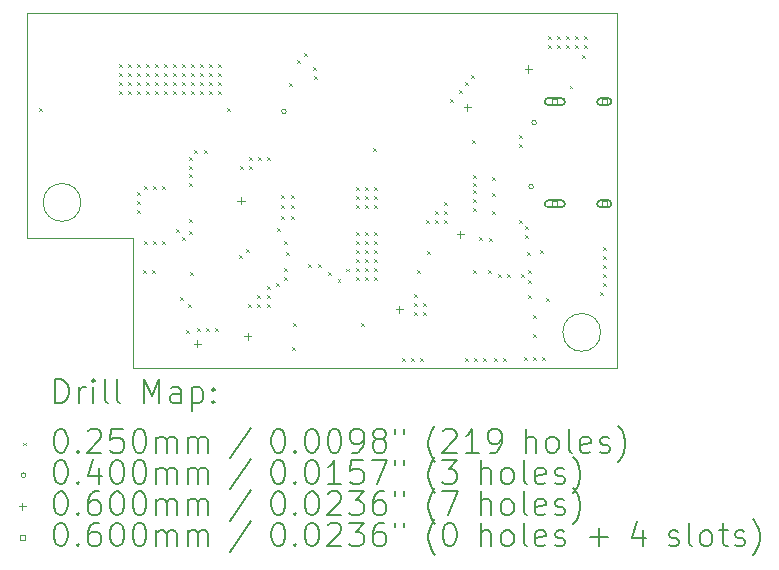
<source format=gbr>
%TF.GenerationSoftware,KiCad,Pcbnew,(7.0.0)*%
%TF.CreationDate,2023-03-01T10:12:41+08:00*%
%TF.ProjectId,DAP_Link_V0_1,4441505f-4c69-46e6-9b5f-56305f312e6b,rev?*%
%TF.SameCoordinates,Original*%
%TF.FileFunction,Drillmap*%
%TF.FilePolarity,Positive*%
%FSLAX45Y45*%
G04 Gerber Fmt 4.5, Leading zero omitted, Abs format (unit mm)*
G04 Created by KiCad (PCBNEW (7.0.0)) date 2023-03-01 10:12:41*
%MOMM*%
%LPD*%
G01*
G04 APERTURE LIST*
%ADD10C,0.100000*%
%ADD11C,0.200000*%
%ADD12C,0.025000*%
%ADD13C,0.040000*%
%ADD14C,0.060000*%
G04 APERTURE END LIST*
D10*
X13060000Y-8100000D02*
G75*
G03*
X13060000Y-8100000I-160000J0D01*
G01*
X8660000Y-7000000D02*
G75*
G03*
X8660000Y-7000000I-160000J0D01*
G01*
X13200000Y-8400000D02*
X13200000Y-5400000D01*
X9100000Y-7300000D02*
X8200000Y-7300000D01*
X9100000Y-8400000D02*
X13200000Y-8400000D01*
X8200000Y-5400000D02*
X8200000Y-7300000D01*
X9100000Y-8400000D02*
X9100000Y-7300000D01*
X13200000Y-5400000D02*
X8200000Y-5400000D01*
D11*
D12*
X8308540Y-6200340D02*
X8333540Y-6225340D01*
X8333540Y-6200340D02*
X8308540Y-6225340D01*
X8979100Y-5829500D02*
X9004100Y-5854500D01*
X9004100Y-5829500D02*
X8979100Y-5854500D01*
X8979100Y-5905700D02*
X9004100Y-5930700D01*
X9004100Y-5905700D02*
X8979100Y-5930700D01*
X8979100Y-5981900D02*
X9004100Y-6006900D01*
X9004100Y-5981900D02*
X8979100Y-6006900D01*
X8979100Y-6058100D02*
X9004100Y-6083100D01*
X9004100Y-6058100D02*
X8979100Y-6083100D01*
X9055300Y-5829500D02*
X9080300Y-5854500D01*
X9080300Y-5829500D02*
X9055300Y-5854500D01*
X9055300Y-5905700D02*
X9080300Y-5930700D01*
X9080300Y-5905700D02*
X9055300Y-5930700D01*
X9055300Y-5981900D02*
X9080300Y-6006900D01*
X9080300Y-5981900D02*
X9055300Y-6006900D01*
X9055300Y-6058100D02*
X9080300Y-6083100D01*
X9080300Y-6058100D02*
X9055300Y-6083100D01*
X9131500Y-5829500D02*
X9156500Y-5854500D01*
X9156500Y-5829500D02*
X9131500Y-5854500D01*
X9131500Y-5905700D02*
X9156500Y-5930700D01*
X9156500Y-5905700D02*
X9131500Y-5930700D01*
X9131500Y-5981900D02*
X9156500Y-6006900D01*
X9156500Y-5981900D02*
X9131500Y-6006900D01*
X9131500Y-6058100D02*
X9156500Y-6083100D01*
X9156500Y-6058100D02*
X9131500Y-6083100D01*
X9131500Y-6909000D02*
X9156500Y-6934000D01*
X9156500Y-6909000D02*
X9131500Y-6934000D01*
X9131500Y-6985200D02*
X9156500Y-7010200D01*
X9156500Y-6985200D02*
X9131500Y-7010200D01*
X9131500Y-7061400D02*
X9156500Y-7086400D01*
X9156500Y-7061400D02*
X9131500Y-7086400D01*
X9182300Y-7569400D02*
X9207300Y-7594400D01*
X9207300Y-7569400D02*
X9182300Y-7594400D01*
X9195000Y-6858200D02*
X9220000Y-6883200D01*
X9220000Y-6858200D02*
X9195000Y-6883200D01*
X9195000Y-7328100D02*
X9220000Y-7353100D01*
X9220000Y-7328100D02*
X9195000Y-7353100D01*
X9207700Y-5829500D02*
X9232700Y-5854500D01*
X9232700Y-5829500D02*
X9207700Y-5854500D01*
X9207700Y-5905700D02*
X9232700Y-5930700D01*
X9232700Y-5905700D02*
X9207700Y-5930700D01*
X9207700Y-5981900D02*
X9232700Y-6006900D01*
X9232700Y-5981900D02*
X9207700Y-6006900D01*
X9207700Y-6058100D02*
X9232700Y-6083100D01*
X9232700Y-6058100D02*
X9207700Y-6083100D01*
X9258500Y-7569400D02*
X9283500Y-7594400D01*
X9283500Y-7569400D02*
X9258500Y-7594400D01*
X9271200Y-6858200D02*
X9296200Y-6883200D01*
X9296200Y-6858200D02*
X9271200Y-6883200D01*
X9271200Y-7328100D02*
X9296200Y-7353100D01*
X9296200Y-7328100D02*
X9271200Y-7353100D01*
X9283900Y-5829500D02*
X9308900Y-5854500D01*
X9308900Y-5829500D02*
X9283900Y-5854500D01*
X9283900Y-5905700D02*
X9308900Y-5930700D01*
X9308900Y-5905700D02*
X9283900Y-5930700D01*
X9283900Y-5981900D02*
X9308900Y-6006900D01*
X9308900Y-5981900D02*
X9283900Y-6006900D01*
X9283900Y-6058100D02*
X9308900Y-6083100D01*
X9308900Y-6058100D02*
X9283900Y-6083100D01*
X9347400Y-6858200D02*
X9372400Y-6883200D01*
X9372400Y-6858200D02*
X9347400Y-6883200D01*
X9347400Y-7328100D02*
X9372400Y-7353100D01*
X9372400Y-7328100D02*
X9347400Y-7353100D01*
X9360100Y-5829500D02*
X9385100Y-5854500D01*
X9385100Y-5829500D02*
X9360100Y-5854500D01*
X9360100Y-5905700D02*
X9385100Y-5930700D01*
X9385100Y-5905700D02*
X9360100Y-5930700D01*
X9360100Y-5981900D02*
X9385100Y-6006900D01*
X9385100Y-5981900D02*
X9360100Y-6006900D01*
X9360100Y-6058100D02*
X9385100Y-6083100D01*
X9385100Y-6058100D02*
X9360100Y-6083100D01*
X9436300Y-5829500D02*
X9461300Y-5854500D01*
X9461300Y-5829500D02*
X9436300Y-5854500D01*
X9436300Y-5905700D02*
X9461300Y-5930700D01*
X9461300Y-5905700D02*
X9436300Y-5930700D01*
X9436300Y-5981900D02*
X9461300Y-6006900D01*
X9461300Y-5981900D02*
X9436300Y-6006900D01*
X9436300Y-6058100D02*
X9461300Y-6083100D01*
X9461300Y-6058100D02*
X9436300Y-6083100D01*
X9461700Y-7226500D02*
X9486700Y-7251500D01*
X9486700Y-7226500D02*
X9461700Y-7251500D01*
X9499800Y-7798000D02*
X9524800Y-7823000D01*
X9524800Y-7798000D02*
X9499800Y-7823000D01*
X9512500Y-5829500D02*
X9537500Y-5854500D01*
X9537500Y-5829500D02*
X9512500Y-5854500D01*
X9512500Y-5905700D02*
X9537500Y-5930700D01*
X9537500Y-5905700D02*
X9512500Y-5930700D01*
X9512500Y-5981900D02*
X9537500Y-6006900D01*
X9537500Y-5981900D02*
X9512500Y-6006900D01*
X9512500Y-6058100D02*
X9537500Y-6083100D01*
X9537500Y-6058100D02*
X9512500Y-6083100D01*
X9512500Y-7290000D02*
X9537500Y-7315000D01*
X9537500Y-7290000D02*
X9512500Y-7315000D01*
X9550600Y-8077400D02*
X9575600Y-8102400D01*
X9575600Y-8077400D02*
X9550600Y-8102400D01*
X9563300Y-7861500D02*
X9588300Y-7886500D01*
X9588300Y-7861500D02*
X9563300Y-7886500D01*
X9576000Y-6616900D02*
X9601000Y-6641900D01*
X9601000Y-6616900D02*
X9576000Y-6641900D01*
X9576000Y-6693100D02*
X9601000Y-6718100D01*
X9601000Y-6693100D02*
X9576000Y-6718100D01*
X9576000Y-6756600D02*
X9601000Y-6781600D01*
X9601000Y-6756600D02*
X9576000Y-6781600D01*
X9576000Y-6832800D02*
X9601000Y-6857800D01*
X9601000Y-6832800D02*
X9576000Y-6857800D01*
X9576000Y-7137600D02*
X9601000Y-7162600D01*
X9601000Y-7137600D02*
X9576000Y-7162600D01*
X9576000Y-7239200D02*
X9601000Y-7264200D01*
X9601000Y-7239200D02*
X9576000Y-7264200D01*
X9586160Y-7589720D02*
X9611160Y-7614720D01*
X9611160Y-7589720D02*
X9586160Y-7614720D01*
X9588700Y-5829500D02*
X9613700Y-5854500D01*
X9613700Y-5829500D02*
X9588700Y-5854500D01*
X9588700Y-5905700D02*
X9613700Y-5930700D01*
X9613700Y-5905700D02*
X9588700Y-5930700D01*
X9588700Y-5981900D02*
X9613700Y-6006900D01*
X9613700Y-5981900D02*
X9588700Y-6006900D01*
X9588700Y-6058100D02*
X9613700Y-6083100D01*
X9613700Y-6058100D02*
X9588700Y-6083100D01*
X9614100Y-6553400D02*
X9639100Y-6578400D01*
X9639100Y-6553400D02*
X9614100Y-6578400D01*
X9639500Y-8064700D02*
X9664500Y-8089700D01*
X9664500Y-8064700D02*
X9639500Y-8089700D01*
X9664900Y-5829500D02*
X9689900Y-5854500D01*
X9689900Y-5829500D02*
X9664900Y-5854500D01*
X9664900Y-5905700D02*
X9689900Y-5930700D01*
X9689900Y-5905700D02*
X9664900Y-5930700D01*
X9664900Y-5981900D02*
X9689900Y-6006900D01*
X9689900Y-5981900D02*
X9664900Y-6006900D01*
X9664900Y-6058100D02*
X9689900Y-6083100D01*
X9689900Y-6058100D02*
X9664900Y-6083100D01*
X9703000Y-6553400D02*
X9728000Y-6578400D01*
X9728000Y-6553400D02*
X9703000Y-6578400D01*
X9715700Y-8064700D02*
X9740700Y-8089700D01*
X9740700Y-8064700D02*
X9715700Y-8089700D01*
X9741100Y-5829500D02*
X9766100Y-5854500D01*
X9766100Y-5829500D02*
X9741100Y-5854500D01*
X9741100Y-5905700D02*
X9766100Y-5930700D01*
X9766100Y-5905700D02*
X9741100Y-5930700D01*
X9741100Y-5981900D02*
X9766100Y-6006900D01*
X9766100Y-5981900D02*
X9741100Y-6006900D01*
X9741100Y-6058100D02*
X9766100Y-6083100D01*
X9766100Y-6058100D02*
X9741100Y-6083100D01*
X9791900Y-8064700D02*
X9816900Y-8089700D01*
X9816900Y-8064700D02*
X9791900Y-8089700D01*
X9817300Y-5829500D02*
X9842300Y-5854500D01*
X9842300Y-5829500D02*
X9817300Y-5854500D01*
X9817300Y-5905700D02*
X9842300Y-5930700D01*
X9842300Y-5905700D02*
X9817300Y-5930700D01*
X9817300Y-5981900D02*
X9842300Y-6006900D01*
X9842300Y-5981900D02*
X9817300Y-6006900D01*
X9817300Y-6058100D02*
X9842300Y-6083100D01*
X9842300Y-6058100D02*
X9817300Y-6083100D01*
X9893500Y-6202880D02*
X9918500Y-6227880D01*
X9918500Y-6202880D02*
X9893500Y-6227880D01*
X9995100Y-7442400D02*
X10020100Y-7467400D01*
X10020100Y-7442400D02*
X9995100Y-7467400D01*
X10007800Y-6693100D02*
X10032800Y-6718100D01*
X10032800Y-6693100D02*
X10007800Y-6718100D01*
X10058600Y-7391600D02*
X10083600Y-7416600D01*
X10083600Y-7391600D02*
X10058600Y-7416600D01*
X10071300Y-7861500D02*
X10096300Y-7886500D01*
X10096300Y-7861500D02*
X10071300Y-7886500D01*
X10084000Y-6616900D02*
X10109000Y-6641900D01*
X10109000Y-6616900D02*
X10084000Y-6641900D01*
X10084000Y-6693100D02*
X10109000Y-6718100D01*
X10109000Y-6693100D02*
X10084000Y-6718100D01*
X10147500Y-7785300D02*
X10172500Y-7810300D01*
X10172500Y-7785300D02*
X10147500Y-7810300D01*
X10147500Y-7861500D02*
X10172500Y-7886500D01*
X10172500Y-7861500D02*
X10147500Y-7886500D01*
X10160200Y-6616900D02*
X10185200Y-6641900D01*
X10185200Y-6616900D02*
X10160200Y-6641900D01*
X10236400Y-6616900D02*
X10261400Y-6641900D01*
X10261400Y-6616900D02*
X10236400Y-6641900D01*
X10236400Y-7709100D02*
X10261400Y-7734100D01*
X10261400Y-7709100D02*
X10236400Y-7734100D01*
X10236400Y-7785300D02*
X10261400Y-7810300D01*
X10261400Y-7785300D02*
X10236400Y-7810300D01*
X10236400Y-7861500D02*
X10261400Y-7886500D01*
X10261400Y-7861500D02*
X10236400Y-7886500D01*
X10312600Y-7683700D02*
X10337600Y-7708700D01*
X10337600Y-7683700D02*
X10312600Y-7708700D01*
X10317680Y-7218880D02*
X10342680Y-7243880D01*
X10342680Y-7218880D02*
X10317680Y-7243880D01*
X10350700Y-6934400D02*
X10375700Y-6959400D01*
X10375700Y-6934400D02*
X10350700Y-6959400D01*
X10350700Y-7023300D02*
X10375700Y-7048300D01*
X10375700Y-7023300D02*
X10350700Y-7048300D01*
X10350700Y-7112200D02*
X10375700Y-7137200D01*
X10375700Y-7112200D02*
X10350700Y-7137200D01*
X10376100Y-7328100D02*
X10401100Y-7353100D01*
X10401100Y-7328100D02*
X10376100Y-7353100D01*
X10376100Y-7556700D02*
X10401100Y-7581700D01*
X10401100Y-7556700D02*
X10376100Y-7581700D01*
X10376100Y-7632900D02*
X10401100Y-7657900D01*
X10401100Y-7632900D02*
X10376100Y-7657900D01*
X10395150Y-7418270D02*
X10420150Y-7443270D01*
X10420150Y-7418270D02*
X10395150Y-7443270D01*
X10421820Y-5986050D02*
X10446820Y-6011050D01*
X10446820Y-5986050D02*
X10421820Y-6011050D01*
X10439600Y-6934400D02*
X10464600Y-6959400D01*
X10464600Y-6934400D02*
X10439600Y-6959400D01*
X10439600Y-7023300D02*
X10464600Y-7048300D01*
X10464600Y-7023300D02*
X10439600Y-7048300D01*
X10439600Y-7112200D02*
X10464600Y-7137200D01*
X10464600Y-7112200D02*
X10439600Y-7137200D01*
X10449760Y-8227260D02*
X10474760Y-8252260D01*
X10474760Y-8227260D02*
X10449760Y-8252260D01*
X10459620Y-8021820D02*
X10484620Y-8046820D01*
X10484620Y-8021820D02*
X10459620Y-8046820D01*
X10492940Y-5791700D02*
X10517940Y-5816700D01*
X10517940Y-5791700D02*
X10492940Y-5816700D01*
X10547550Y-5734250D02*
X10572550Y-5759250D01*
X10572550Y-5734250D02*
X10547550Y-5759250D01*
X10581840Y-7518600D02*
X10606840Y-7543600D01*
X10606840Y-7518600D02*
X10581840Y-7543600D01*
X10627560Y-5854900D02*
X10652560Y-5879900D01*
X10652560Y-5854900D02*
X10627560Y-5879900D01*
X10632640Y-5931100D02*
X10657640Y-5956100D01*
X10657640Y-5931100D02*
X10632640Y-5956100D01*
X10670740Y-7518600D02*
X10695740Y-7543600D01*
X10695740Y-7518600D02*
X10670740Y-7543600D01*
X10752020Y-7592260D02*
X10777020Y-7617260D01*
X10777020Y-7592260D02*
X10752020Y-7617260D01*
X10832500Y-7646400D02*
X10857500Y-7671400D01*
X10857500Y-7646400D02*
X10832500Y-7671400D01*
X10901880Y-7559240D02*
X10926880Y-7584240D01*
X10926880Y-7559240D02*
X10901880Y-7584240D01*
X10985700Y-6870900D02*
X11010700Y-6895900D01*
X11010700Y-6870900D02*
X10985700Y-6895900D01*
X10985700Y-6947100D02*
X11010700Y-6972100D01*
X11010700Y-6947100D02*
X10985700Y-6972100D01*
X10985700Y-7023300D02*
X11010700Y-7048300D01*
X11010700Y-7023300D02*
X10985700Y-7048300D01*
X10985700Y-7251900D02*
X11010700Y-7276900D01*
X11010700Y-7251900D02*
X10985700Y-7276900D01*
X10985700Y-7328100D02*
X11010700Y-7353100D01*
X11010700Y-7328100D02*
X10985700Y-7353100D01*
X10985700Y-7404300D02*
X11010700Y-7429300D01*
X11010700Y-7404300D02*
X10985700Y-7429300D01*
X10985700Y-7480500D02*
X11010700Y-7505500D01*
X11010700Y-7480500D02*
X10985700Y-7505500D01*
X10985700Y-7556700D02*
X11010700Y-7581700D01*
X11010700Y-7556700D02*
X10985700Y-7581700D01*
X10985700Y-7632900D02*
X11010700Y-7657900D01*
X11010700Y-7632900D02*
X10985700Y-7657900D01*
X11031420Y-8022450D02*
X11056420Y-8047450D01*
X11056420Y-8022450D02*
X11031420Y-8047450D01*
X11061900Y-6870900D02*
X11086900Y-6895900D01*
X11086900Y-6870900D02*
X11061900Y-6895900D01*
X11061900Y-6947100D02*
X11086900Y-6972100D01*
X11086900Y-6947100D02*
X11061900Y-6972100D01*
X11061900Y-7023300D02*
X11086900Y-7048300D01*
X11086900Y-7023300D02*
X11061900Y-7048300D01*
X11061900Y-7251900D02*
X11086900Y-7276900D01*
X11086900Y-7251900D02*
X11061900Y-7276900D01*
X11061900Y-7328100D02*
X11086900Y-7353100D01*
X11086900Y-7328100D02*
X11061900Y-7353100D01*
X11061900Y-7404300D02*
X11086900Y-7429300D01*
X11086900Y-7404300D02*
X11061900Y-7429300D01*
X11061900Y-7480500D02*
X11086900Y-7505500D01*
X11086900Y-7480500D02*
X11061900Y-7505500D01*
X11061900Y-7556700D02*
X11086900Y-7581700D01*
X11086900Y-7556700D02*
X11061900Y-7581700D01*
X11061900Y-7632900D02*
X11086900Y-7657900D01*
X11086900Y-7632900D02*
X11061900Y-7657900D01*
X11135560Y-6538160D02*
X11160560Y-6563160D01*
X11160560Y-6538160D02*
X11135560Y-6563160D01*
X11138100Y-6870900D02*
X11163100Y-6895900D01*
X11163100Y-6870900D02*
X11138100Y-6895900D01*
X11138100Y-6947100D02*
X11163100Y-6972100D01*
X11163100Y-6947100D02*
X11138100Y-6972100D01*
X11138100Y-7023300D02*
X11163100Y-7048300D01*
X11163100Y-7023300D02*
X11138100Y-7048300D01*
X11138100Y-7251900D02*
X11163100Y-7276900D01*
X11163100Y-7251900D02*
X11138100Y-7276900D01*
X11138100Y-7328100D02*
X11163100Y-7353100D01*
X11163100Y-7328100D02*
X11138100Y-7353100D01*
X11138100Y-7404300D02*
X11163100Y-7429300D01*
X11163100Y-7404300D02*
X11138100Y-7429300D01*
X11138100Y-7480500D02*
X11163100Y-7505500D01*
X11163100Y-7480500D02*
X11138100Y-7505500D01*
X11138100Y-7556700D02*
X11163100Y-7581700D01*
X11163100Y-7556700D02*
X11138100Y-7581700D01*
X11138100Y-7632900D02*
X11163100Y-7657900D01*
X11163100Y-7632900D02*
X11138100Y-7657900D01*
X11379400Y-8318700D02*
X11404400Y-8343700D01*
X11404400Y-8318700D02*
X11379400Y-8343700D01*
X11455600Y-8318700D02*
X11480600Y-8343700D01*
X11480600Y-8318700D02*
X11455600Y-8343700D01*
X11481000Y-7772600D02*
X11506000Y-7797600D01*
X11506000Y-7772600D02*
X11481000Y-7797600D01*
X11481000Y-7848800D02*
X11506000Y-7873800D01*
X11506000Y-7848800D02*
X11481000Y-7873800D01*
X11481000Y-7925000D02*
X11506000Y-7950000D01*
X11506000Y-7925000D02*
X11481000Y-7950000D01*
X11506400Y-7569400D02*
X11531400Y-7594400D01*
X11531400Y-7569400D02*
X11506400Y-7594400D01*
X11531800Y-8318700D02*
X11556800Y-8343700D01*
X11556800Y-8318700D02*
X11531800Y-8343700D01*
X11557200Y-7848800D02*
X11582200Y-7873800D01*
X11582200Y-7848800D02*
X11557200Y-7873800D01*
X11557200Y-7925000D02*
X11582200Y-7950000D01*
X11582200Y-7925000D02*
X11557200Y-7950000D01*
X11582600Y-7150300D02*
X11607600Y-7175300D01*
X11607600Y-7150300D02*
X11582600Y-7175300D01*
X11587680Y-7413250D02*
X11612680Y-7438250D01*
X11612680Y-7413250D02*
X11587680Y-7438250D01*
X11658800Y-7074100D02*
X11683800Y-7099100D01*
X11683800Y-7074100D02*
X11658800Y-7099100D01*
X11658800Y-7150300D02*
X11683800Y-7175300D01*
X11683800Y-7150300D02*
X11658800Y-7175300D01*
X11735000Y-6997900D02*
X11760000Y-7022900D01*
X11760000Y-6997900D02*
X11735000Y-7022900D01*
X11735000Y-7074100D02*
X11760000Y-7099100D01*
X11760000Y-7074100D02*
X11735000Y-7099100D01*
X11735000Y-7150300D02*
X11760000Y-7175300D01*
X11760000Y-7150300D02*
X11735000Y-7175300D01*
X11785800Y-6121600D02*
X11810800Y-6146600D01*
X11810800Y-6121600D02*
X11785800Y-6146600D01*
X11862000Y-6045400D02*
X11887000Y-6070400D01*
X11887000Y-6045400D02*
X11862000Y-6070400D01*
X11912800Y-5981900D02*
X11937800Y-6006900D01*
X11937800Y-5981900D02*
X11912800Y-6006900D01*
X11912800Y-8318700D02*
X11937800Y-8343700D01*
X11937800Y-8318700D02*
X11912800Y-8343700D01*
X11963600Y-5918400D02*
X11988600Y-5943400D01*
X11988600Y-5918400D02*
X11963600Y-5943400D01*
X11972490Y-6470850D02*
X11997490Y-6495850D01*
X11997490Y-6470850D02*
X11972490Y-6495850D01*
X11976300Y-6769300D02*
X12001300Y-6794300D01*
X12001300Y-6769300D02*
X11976300Y-6794300D01*
X11976300Y-6832800D02*
X12001300Y-6857800D01*
X12001300Y-6832800D02*
X11976300Y-6857800D01*
X11976300Y-6896300D02*
X12001300Y-6921300D01*
X12001300Y-6896300D02*
X11976300Y-6921300D01*
X11976300Y-6972500D02*
X12001300Y-6997500D01*
X12001300Y-6972500D02*
X11976300Y-6997500D01*
X11976300Y-7048700D02*
X12001300Y-7073700D01*
X12001300Y-7048700D02*
X11976300Y-7073700D01*
X11976300Y-7569400D02*
X12001300Y-7594400D01*
X12001300Y-7569400D02*
X11976300Y-7594400D01*
X11989000Y-8318700D02*
X12014000Y-8343700D01*
X12014000Y-8318700D02*
X11989000Y-8343700D01*
X12032180Y-7295080D02*
X12057180Y-7320080D01*
X12057180Y-7295080D02*
X12032180Y-7320080D01*
X12065200Y-8318700D02*
X12090200Y-8343700D01*
X12090200Y-8318700D02*
X12065200Y-8343700D01*
X12103300Y-7569400D02*
X12128300Y-7594400D01*
X12128300Y-7569400D02*
X12103300Y-7594400D01*
X12116000Y-7300160D02*
X12141000Y-7325160D01*
X12141000Y-7300160D02*
X12116000Y-7325160D01*
X12141400Y-6782000D02*
X12166400Y-6807000D01*
X12166400Y-6782000D02*
X12141400Y-6807000D01*
X12141400Y-6921700D02*
X12166400Y-6946700D01*
X12166400Y-6921700D02*
X12141400Y-6946700D01*
X12141400Y-7074100D02*
X12166400Y-7099100D01*
X12166400Y-7074100D02*
X12141400Y-7099100D01*
X12154100Y-8318700D02*
X12179100Y-8343700D01*
X12179100Y-8318700D02*
X12154100Y-8343700D01*
X12192200Y-7607500D02*
X12217200Y-7632500D01*
X12217200Y-7607500D02*
X12192200Y-7632500D01*
X12230300Y-8318700D02*
X12255300Y-8343700D01*
X12255300Y-8318700D02*
X12230300Y-8343700D01*
X12268400Y-7607500D02*
X12293400Y-7632500D01*
X12293400Y-7607500D02*
X12268400Y-7632500D01*
X12370000Y-6426400D02*
X12395000Y-6451400D01*
X12395000Y-6426400D02*
X12370000Y-6451400D01*
X12370000Y-6502600D02*
X12395000Y-6527600D01*
X12395000Y-6502600D02*
X12370000Y-6527600D01*
X12370000Y-7150300D02*
X12395000Y-7175300D01*
X12395000Y-7150300D02*
X12370000Y-7175300D01*
X12382700Y-7607500D02*
X12407700Y-7632500D01*
X12407700Y-7607500D02*
X12382700Y-7632500D01*
X12408100Y-8306000D02*
X12433100Y-8331000D01*
X12433100Y-8306000D02*
X12408100Y-8331000D01*
X12420800Y-7201100D02*
X12445800Y-7226100D01*
X12445800Y-7201100D02*
X12420800Y-7226100D01*
X12420800Y-7277300D02*
X12445800Y-7302300D01*
X12445800Y-7277300D02*
X12420800Y-7302300D01*
X12433500Y-7417000D02*
X12458500Y-7442000D01*
X12458500Y-7417000D02*
X12433500Y-7442000D01*
X12446200Y-7569400D02*
X12471200Y-7594400D01*
X12471200Y-7569400D02*
X12446200Y-7594400D01*
X12446200Y-7658300D02*
X12471200Y-7683300D01*
X12471200Y-7658300D02*
X12446200Y-7683300D01*
X12446200Y-7785300D02*
X12471200Y-7810300D01*
X12471200Y-7785300D02*
X12446200Y-7810300D01*
X12484300Y-7950400D02*
X12509300Y-7975400D01*
X12509300Y-7950400D02*
X12484300Y-7975400D01*
X12484300Y-8115500D02*
X12509300Y-8140500D01*
X12509300Y-8115500D02*
X12484300Y-8140500D01*
X12484300Y-8306000D02*
X12509300Y-8331000D01*
X12509300Y-8306000D02*
X12484300Y-8331000D01*
X12547800Y-7404300D02*
X12572800Y-7429300D01*
X12572800Y-7404300D02*
X12547800Y-7429300D01*
X12560500Y-8306000D02*
X12585500Y-8331000D01*
X12585500Y-8306000D02*
X12560500Y-8331000D01*
X12598600Y-7810700D02*
X12623600Y-7835700D01*
X12623600Y-7810700D02*
X12598600Y-7835700D01*
X12611300Y-5588200D02*
X12636300Y-5613200D01*
X12636300Y-5588200D02*
X12611300Y-5613200D01*
X12611300Y-5664400D02*
X12636300Y-5689400D01*
X12636300Y-5664400D02*
X12611300Y-5689400D01*
X12687500Y-5588200D02*
X12712500Y-5613200D01*
X12712500Y-5588200D02*
X12687500Y-5613200D01*
X12687500Y-5664400D02*
X12712500Y-5689400D01*
X12712500Y-5664400D02*
X12687500Y-5689400D01*
X12763700Y-5588200D02*
X12788700Y-5613200D01*
X12788700Y-5588200D02*
X12763700Y-5613200D01*
X12763700Y-5664400D02*
X12788700Y-5689400D01*
X12788700Y-5664400D02*
X12763700Y-5689400D01*
X12796720Y-6009840D02*
X12821720Y-6034840D01*
X12821720Y-6009840D02*
X12796720Y-6034840D01*
X12839900Y-5588200D02*
X12864900Y-5613200D01*
X12864900Y-5588200D02*
X12839900Y-5613200D01*
X12839900Y-5664400D02*
X12864900Y-5689400D01*
X12864900Y-5664400D02*
X12839900Y-5689400D01*
X12903400Y-5753300D02*
X12928400Y-5778300D01*
X12928400Y-5753300D02*
X12903400Y-5778300D01*
X12916100Y-5588200D02*
X12941100Y-5613200D01*
X12941100Y-5588200D02*
X12916100Y-5613200D01*
X12916100Y-5664400D02*
X12941100Y-5689400D01*
X12941100Y-5664400D02*
X12916100Y-5689400D01*
X13055800Y-7759900D02*
X13080800Y-7784900D01*
X13080800Y-7759900D02*
X13055800Y-7784900D01*
X13081200Y-7378900D02*
X13106200Y-7403900D01*
X13106200Y-7378900D02*
X13081200Y-7403900D01*
X13081200Y-7455100D02*
X13106200Y-7480100D01*
X13106200Y-7455100D02*
X13081200Y-7480100D01*
X13081200Y-7531300D02*
X13106200Y-7556300D01*
X13106200Y-7531300D02*
X13081200Y-7556300D01*
X13081200Y-7607500D02*
X13106200Y-7632500D01*
X13106200Y-7607500D02*
X13081200Y-7632500D01*
X13081200Y-7683700D02*
X13106200Y-7708700D01*
X13106200Y-7683700D02*
X13081200Y-7708700D01*
D13*
X10398440Y-6228080D02*
G75*
G03*
X10398440Y-6228080I-20000J0D01*
G01*
X12491400Y-6865800D02*
G75*
G03*
X12491400Y-6865800I-20000J0D01*
G01*
X12516800Y-6324600D02*
G75*
G03*
X12516800Y-6324600I-20000J0D01*
G01*
D14*
X9646920Y-8166580D02*
X9646920Y-8226580D01*
X9616920Y-8196580D02*
X9676920Y-8196580D01*
X10015220Y-6955000D02*
X10015220Y-7015000D01*
X9985220Y-6985000D02*
X10045220Y-6985000D01*
X10073640Y-8103080D02*
X10073640Y-8163080D01*
X10043640Y-8133080D02*
X10103640Y-8133080D01*
X11356340Y-7874480D02*
X11356340Y-7934480D01*
X11326340Y-7904480D02*
X11386340Y-7904480D01*
X11871960Y-7239480D02*
X11871960Y-7299480D01*
X11841960Y-7269480D02*
X11901960Y-7269480D01*
X11932920Y-6162520D02*
X11932920Y-6222520D01*
X11902920Y-6192520D02*
X11962920Y-6192520D01*
X12446000Y-5839940D02*
X12446000Y-5899940D01*
X12416000Y-5869940D02*
X12476000Y-5869940D01*
X12693813Y-6167813D02*
X12693813Y-6125387D01*
X12651387Y-6125387D01*
X12651387Y-6167813D01*
X12693813Y-6167813D01*
D11*
X12617600Y-6176600D02*
X12727600Y-6176600D01*
X12727600Y-6176600D02*
G75*
G03*
X12727600Y-6116600I0J30000D01*
G01*
X12727600Y-6116600D02*
X12617600Y-6116600D01*
X12617600Y-6116600D02*
G75*
G03*
X12617600Y-6176600I0J-30000D01*
G01*
D14*
X12693813Y-7031813D02*
X12693813Y-6989387D01*
X12651387Y-6989387D01*
X12651387Y-7031813D01*
X12693813Y-7031813D01*
D11*
X12617600Y-7040600D02*
X12727600Y-7040600D01*
X12727600Y-7040600D02*
G75*
G03*
X12727600Y-6980600I0J30000D01*
G01*
X12727600Y-6980600D02*
X12617600Y-6980600D01*
X12617600Y-6980600D02*
G75*
G03*
X12617600Y-7040600I0J-30000D01*
G01*
D14*
X13111813Y-6167813D02*
X13111813Y-6125387D01*
X13069387Y-6125387D01*
X13069387Y-6167813D01*
X13111813Y-6167813D01*
D11*
X13060600Y-6176600D02*
X13120600Y-6176600D01*
X13120600Y-6176600D02*
G75*
G03*
X13120600Y-6116600I0J30000D01*
G01*
X13120600Y-6116600D02*
X13060600Y-6116600D01*
X13060600Y-6116600D02*
G75*
G03*
X13060600Y-6176600I0J-30000D01*
G01*
D14*
X13111813Y-7031813D02*
X13111813Y-6989387D01*
X13069387Y-6989387D01*
X13069387Y-7031813D01*
X13111813Y-7031813D01*
D11*
X13060600Y-7040600D02*
X13120600Y-7040600D01*
X13120600Y-7040600D02*
G75*
G03*
X13120600Y-6980600I0J30000D01*
G01*
X13120600Y-6980600D02*
X13060600Y-6980600D01*
X13060600Y-6980600D02*
G75*
G03*
X13060600Y-7040600I0J-30000D01*
G01*
X8442619Y-8698476D02*
X8442619Y-8498476D01*
X8442619Y-8498476D02*
X8490238Y-8498476D01*
X8490238Y-8498476D02*
X8518810Y-8508000D01*
X8518810Y-8508000D02*
X8537857Y-8527048D01*
X8537857Y-8527048D02*
X8547381Y-8546095D01*
X8547381Y-8546095D02*
X8556905Y-8584190D01*
X8556905Y-8584190D02*
X8556905Y-8612762D01*
X8556905Y-8612762D02*
X8547381Y-8650857D01*
X8547381Y-8650857D02*
X8537857Y-8669905D01*
X8537857Y-8669905D02*
X8518810Y-8688952D01*
X8518810Y-8688952D02*
X8490238Y-8698476D01*
X8490238Y-8698476D02*
X8442619Y-8698476D01*
X8642619Y-8698476D02*
X8642619Y-8565143D01*
X8642619Y-8603238D02*
X8652143Y-8584190D01*
X8652143Y-8584190D02*
X8661667Y-8574667D01*
X8661667Y-8574667D02*
X8680714Y-8565143D01*
X8680714Y-8565143D02*
X8699762Y-8565143D01*
X8766429Y-8698476D02*
X8766429Y-8565143D01*
X8766429Y-8498476D02*
X8756905Y-8508000D01*
X8756905Y-8508000D02*
X8766429Y-8517524D01*
X8766429Y-8517524D02*
X8775952Y-8508000D01*
X8775952Y-8508000D02*
X8766429Y-8498476D01*
X8766429Y-8498476D02*
X8766429Y-8517524D01*
X8890238Y-8698476D02*
X8871190Y-8688952D01*
X8871190Y-8688952D02*
X8861667Y-8669905D01*
X8861667Y-8669905D02*
X8861667Y-8498476D01*
X8995000Y-8698476D02*
X8975952Y-8688952D01*
X8975952Y-8688952D02*
X8966429Y-8669905D01*
X8966429Y-8669905D02*
X8966429Y-8498476D01*
X9191190Y-8698476D02*
X9191190Y-8498476D01*
X9191190Y-8498476D02*
X9257857Y-8641333D01*
X9257857Y-8641333D02*
X9324524Y-8498476D01*
X9324524Y-8498476D02*
X9324524Y-8698476D01*
X9505476Y-8698476D02*
X9505476Y-8593714D01*
X9505476Y-8593714D02*
X9495952Y-8574667D01*
X9495952Y-8574667D02*
X9476905Y-8565143D01*
X9476905Y-8565143D02*
X9438809Y-8565143D01*
X9438809Y-8565143D02*
X9419762Y-8574667D01*
X9505476Y-8688952D02*
X9486429Y-8698476D01*
X9486429Y-8698476D02*
X9438809Y-8698476D01*
X9438809Y-8698476D02*
X9419762Y-8688952D01*
X9419762Y-8688952D02*
X9410238Y-8669905D01*
X9410238Y-8669905D02*
X9410238Y-8650857D01*
X9410238Y-8650857D02*
X9419762Y-8631810D01*
X9419762Y-8631810D02*
X9438809Y-8622286D01*
X9438809Y-8622286D02*
X9486429Y-8622286D01*
X9486429Y-8622286D02*
X9505476Y-8612762D01*
X9600714Y-8565143D02*
X9600714Y-8765143D01*
X9600714Y-8574667D02*
X9619762Y-8565143D01*
X9619762Y-8565143D02*
X9657857Y-8565143D01*
X9657857Y-8565143D02*
X9676905Y-8574667D01*
X9676905Y-8574667D02*
X9686429Y-8584190D01*
X9686429Y-8584190D02*
X9695952Y-8603238D01*
X9695952Y-8603238D02*
X9695952Y-8660381D01*
X9695952Y-8660381D02*
X9686429Y-8679429D01*
X9686429Y-8679429D02*
X9676905Y-8688952D01*
X9676905Y-8688952D02*
X9657857Y-8698476D01*
X9657857Y-8698476D02*
X9619762Y-8698476D01*
X9619762Y-8698476D02*
X9600714Y-8688952D01*
X9781667Y-8679429D02*
X9791190Y-8688952D01*
X9791190Y-8688952D02*
X9781667Y-8698476D01*
X9781667Y-8698476D02*
X9772143Y-8688952D01*
X9772143Y-8688952D02*
X9781667Y-8679429D01*
X9781667Y-8679429D02*
X9781667Y-8698476D01*
X9781667Y-8574667D02*
X9791190Y-8584190D01*
X9791190Y-8584190D02*
X9781667Y-8593714D01*
X9781667Y-8593714D02*
X9772143Y-8584190D01*
X9772143Y-8584190D02*
X9781667Y-8574667D01*
X9781667Y-8574667D02*
X9781667Y-8593714D01*
D12*
X8170000Y-9032500D02*
X8195000Y-9057500D01*
X8195000Y-9032500D02*
X8170000Y-9057500D01*
D11*
X8480714Y-8918476D02*
X8499762Y-8918476D01*
X8499762Y-8918476D02*
X8518810Y-8928000D01*
X8518810Y-8928000D02*
X8528333Y-8937524D01*
X8528333Y-8937524D02*
X8537857Y-8956571D01*
X8537857Y-8956571D02*
X8547381Y-8994667D01*
X8547381Y-8994667D02*
X8547381Y-9042286D01*
X8547381Y-9042286D02*
X8537857Y-9080381D01*
X8537857Y-9080381D02*
X8528333Y-9099429D01*
X8528333Y-9099429D02*
X8518810Y-9108952D01*
X8518810Y-9108952D02*
X8499762Y-9118476D01*
X8499762Y-9118476D02*
X8480714Y-9118476D01*
X8480714Y-9118476D02*
X8461667Y-9108952D01*
X8461667Y-9108952D02*
X8452143Y-9099429D01*
X8452143Y-9099429D02*
X8442619Y-9080381D01*
X8442619Y-9080381D02*
X8433095Y-9042286D01*
X8433095Y-9042286D02*
X8433095Y-8994667D01*
X8433095Y-8994667D02*
X8442619Y-8956571D01*
X8442619Y-8956571D02*
X8452143Y-8937524D01*
X8452143Y-8937524D02*
X8461667Y-8928000D01*
X8461667Y-8928000D02*
X8480714Y-8918476D01*
X8633095Y-9099429D02*
X8642619Y-9108952D01*
X8642619Y-9108952D02*
X8633095Y-9118476D01*
X8633095Y-9118476D02*
X8623571Y-9108952D01*
X8623571Y-9108952D02*
X8633095Y-9099429D01*
X8633095Y-9099429D02*
X8633095Y-9118476D01*
X8718810Y-8937524D02*
X8728333Y-8928000D01*
X8728333Y-8928000D02*
X8747381Y-8918476D01*
X8747381Y-8918476D02*
X8795000Y-8918476D01*
X8795000Y-8918476D02*
X8814048Y-8928000D01*
X8814048Y-8928000D02*
X8823571Y-8937524D01*
X8823571Y-8937524D02*
X8833095Y-8956571D01*
X8833095Y-8956571D02*
X8833095Y-8975619D01*
X8833095Y-8975619D02*
X8823571Y-9004190D01*
X8823571Y-9004190D02*
X8709286Y-9118476D01*
X8709286Y-9118476D02*
X8833095Y-9118476D01*
X9014048Y-8918476D02*
X8918810Y-8918476D01*
X8918810Y-8918476D02*
X8909286Y-9013714D01*
X8909286Y-9013714D02*
X8918810Y-9004190D01*
X8918810Y-9004190D02*
X8937857Y-8994667D01*
X8937857Y-8994667D02*
X8985476Y-8994667D01*
X8985476Y-8994667D02*
X9004524Y-9004190D01*
X9004524Y-9004190D02*
X9014048Y-9013714D01*
X9014048Y-9013714D02*
X9023571Y-9032762D01*
X9023571Y-9032762D02*
X9023571Y-9080381D01*
X9023571Y-9080381D02*
X9014048Y-9099429D01*
X9014048Y-9099429D02*
X9004524Y-9108952D01*
X9004524Y-9108952D02*
X8985476Y-9118476D01*
X8985476Y-9118476D02*
X8937857Y-9118476D01*
X8937857Y-9118476D02*
X8918810Y-9108952D01*
X8918810Y-9108952D02*
X8909286Y-9099429D01*
X9147381Y-8918476D02*
X9166429Y-8918476D01*
X9166429Y-8918476D02*
X9185476Y-8928000D01*
X9185476Y-8928000D02*
X9195000Y-8937524D01*
X9195000Y-8937524D02*
X9204524Y-8956571D01*
X9204524Y-8956571D02*
X9214048Y-8994667D01*
X9214048Y-8994667D02*
X9214048Y-9042286D01*
X9214048Y-9042286D02*
X9204524Y-9080381D01*
X9204524Y-9080381D02*
X9195000Y-9099429D01*
X9195000Y-9099429D02*
X9185476Y-9108952D01*
X9185476Y-9108952D02*
X9166429Y-9118476D01*
X9166429Y-9118476D02*
X9147381Y-9118476D01*
X9147381Y-9118476D02*
X9128333Y-9108952D01*
X9128333Y-9108952D02*
X9118810Y-9099429D01*
X9118810Y-9099429D02*
X9109286Y-9080381D01*
X9109286Y-9080381D02*
X9099762Y-9042286D01*
X9099762Y-9042286D02*
X9099762Y-8994667D01*
X9099762Y-8994667D02*
X9109286Y-8956571D01*
X9109286Y-8956571D02*
X9118810Y-8937524D01*
X9118810Y-8937524D02*
X9128333Y-8928000D01*
X9128333Y-8928000D02*
X9147381Y-8918476D01*
X9299762Y-9118476D02*
X9299762Y-8985143D01*
X9299762Y-9004190D02*
X9309286Y-8994667D01*
X9309286Y-8994667D02*
X9328333Y-8985143D01*
X9328333Y-8985143D02*
X9356905Y-8985143D01*
X9356905Y-8985143D02*
X9375952Y-8994667D01*
X9375952Y-8994667D02*
X9385476Y-9013714D01*
X9385476Y-9013714D02*
X9385476Y-9118476D01*
X9385476Y-9013714D02*
X9395000Y-8994667D01*
X9395000Y-8994667D02*
X9414048Y-8985143D01*
X9414048Y-8985143D02*
X9442619Y-8985143D01*
X9442619Y-8985143D02*
X9461667Y-8994667D01*
X9461667Y-8994667D02*
X9471191Y-9013714D01*
X9471191Y-9013714D02*
X9471191Y-9118476D01*
X9566429Y-9118476D02*
X9566429Y-8985143D01*
X9566429Y-9004190D02*
X9575952Y-8994667D01*
X9575952Y-8994667D02*
X9595000Y-8985143D01*
X9595000Y-8985143D02*
X9623572Y-8985143D01*
X9623572Y-8985143D02*
X9642619Y-8994667D01*
X9642619Y-8994667D02*
X9652143Y-9013714D01*
X9652143Y-9013714D02*
X9652143Y-9118476D01*
X9652143Y-9013714D02*
X9661667Y-8994667D01*
X9661667Y-8994667D02*
X9680714Y-8985143D01*
X9680714Y-8985143D02*
X9709286Y-8985143D01*
X9709286Y-8985143D02*
X9728333Y-8994667D01*
X9728333Y-8994667D02*
X9737857Y-9013714D01*
X9737857Y-9013714D02*
X9737857Y-9118476D01*
X10095952Y-8908952D02*
X9924524Y-9166095D01*
X10320714Y-8918476D02*
X10339762Y-8918476D01*
X10339762Y-8918476D02*
X10358810Y-8928000D01*
X10358810Y-8928000D02*
X10368333Y-8937524D01*
X10368333Y-8937524D02*
X10377857Y-8956571D01*
X10377857Y-8956571D02*
X10387381Y-8994667D01*
X10387381Y-8994667D02*
X10387381Y-9042286D01*
X10387381Y-9042286D02*
X10377857Y-9080381D01*
X10377857Y-9080381D02*
X10368333Y-9099429D01*
X10368333Y-9099429D02*
X10358810Y-9108952D01*
X10358810Y-9108952D02*
X10339762Y-9118476D01*
X10339762Y-9118476D02*
X10320714Y-9118476D01*
X10320714Y-9118476D02*
X10301667Y-9108952D01*
X10301667Y-9108952D02*
X10292143Y-9099429D01*
X10292143Y-9099429D02*
X10282619Y-9080381D01*
X10282619Y-9080381D02*
X10273095Y-9042286D01*
X10273095Y-9042286D02*
X10273095Y-8994667D01*
X10273095Y-8994667D02*
X10282619Y-8956571D01*
X10282619Y-8956571D02*
X10292143Y-8937524D01*
X10292143Y-8937524D02*
X10301667Y-8928000D01*
X10301667Y-8928000D02*
X10320714Y-8918476D01*
X10473095Y-9099429D02*
X10482619Y-9108952D01*
X10482619Y-9108952D02*
X10473095Y-9118476D01*
X10473095Y-9118476D02*
X10463572Y-9108952D01*
X10463572Y-9108952D02*
X10473095Y-9099429D01*
X10473095Y-9099429D02*
X10473095Y-9118476D01*
X10606429Y-8918476D02*
X10625476Y-8918476D01*
X10625476Y-8918476D02*
X10644524Y-8928000D01*
X10644524Y-8928000D02*
X10654048Y-8937524D01*
X10654048Y-8937524D02*
X10663572Y-8956571D01*
X10663572Y-8956571D02*
X10673095Y-8994667D01*
X10673095Y-8994667D02*
X10673095Y-9042286D01*
X10673095Y-9042286D02*
X10663572Y-9080381D01*
X10663572Y-9080381D02*
X10654048Y-9099429D01*
X10654048Y-9099429D02*
X10644524Y-9108952D01*
X10644524Y-9108952D02*
X10625476Y-9118476D01*
X10625476Y-9118476D02*
X10606429Y-9118476D01*
X10606429Y-9118476D02*
X10587381Y-9108952D01*
X10587381Y-9108952D02*
X10577857Y-9099429D01*
X10577857Y-9099429D02*
X10568333Y-9080381D01*
X10568333Y-9080381D02*
X10558810Y-9042286D01*
X10558810Y-9042286D02*
X10558810Y-8994667D01*
X10558810Y-8994667D02*
X10568333Y-8956571D01*
X10568333Y-8956571D02*
X10577857Y-8937524D01*
X10577857Y-8937524D02*
X10587381Y-8928000D01*
X10587381Y-8928000D02*
X10606429Y-8918476D01*
X10796905Y-8918476D02*
X10815953Y-8918476D01*
X10815953Y-8918476D02*
X10835000Y-8928000D01*
X10835000Y-8928000D02*
X10844524Y-8937524D01*
X10844524Y-8937524D02*
X10854048Y-8956571D01*
X10854048Y-8956571D02*
X10863572Y-8994667D01*
X10863572Y-8994667D02*
X10863572Y-9042286D01*
X10863572Y-9042286D02*
X10854048Y-9080381D01*
X10854048Y-9080381D02*
X10844524Y-9099429D01*
X10844524Y-9099429D02*
X10835000Y-9108952D01*
X10835000Y-9108952D02*
X10815953Y-9118476D01*
X10815953Y-9118476D02*
X10796905Y-9118476D01*
X10796905Y-9118476D02*
X10777857Y-9108952D01*
X10777857Y-9108952D02*
X10768333Y-9099429D01*
X10768333Y-9099429D02*
X10758810Y-9080381D01*
X10758810Y-9080381D02*
X10749286Y-9042286D01*
X10749286Y-9042286D02*
X10749286Y-8994667D01*
X10749286Y-8994667D02*
X10758810Y-8956571D01*
X10758810Y-8956571D02*
X10768333Y-8937524D01*
X10768333Y-8937524D02*
X10777857Y-8928000D01*
X10777857Y-8928000D02*
X10796905Y-8918476D01*
X10958810Y-9118476D02*
X10996905Y-9118476D01*
X10996905Y-9118476D02*
X11015953Y-9108952D01*
X11015953Y-9108952D02*
X11025476Y-9099429D01*
X11025476Y-9099429D02*
X11044524Y-9070857D01*
X11044524Y-9070857D02*
X11054048Y-9032762D01*
X11054048Y-9032762D02*
X11054048Y-8956571D01*
X11054048Y-8956571D02*
X11044524Y-8937524D01*
X11044524Y-8937524D02*
X11035000Y-8928000D01*
X11035000Y-8928000D02*
X11015953Y-8918476D01*
X11015953Y-8918476D02*
X10977857Y-8918476D01*
X10977857Y-8918476D02*
X10958810Y-8928000D01*
X10958810Y-8928000D02*
X10949286Y-8937524D01*
X10949286Y-8937524D02*
X10939762Y-8956571D01*
X10939762Y-8956571D02*
X10939762Y-9004190D01*
X10939762Y-9004190D02*
X10949286Y-9023238D01*
X10949286Y-9023238D02*
X10958810Y-9032762D01*
X10958810Y-9032762D02*
X10977857Y-9042286D01*
X10977857Y-9042286D02*
X11015953Y-9042286D01*
X11015953Y-9042286D02*
X11035000Y-9032762D01*
X11035000Y-9032762D02*
X11044524Y-9023238D01*
X11044524Y-9023238D02*
X11054048Y-9004190D01*
X11168333Y-9004190D02*
X11149286Y-8994667D01*
X11149286Y-8994667D02*
X11139762Y-8985143D01*
X11139762Y-8985143D02*
X11130238Y-8966095D01*
X11130238Y-8966095D02*
X11130238Y-8956571D01*
X11130238Y-8956571D02*
X11139762Y-8937524D01*
X11139762Y-8937524D02*
X11149286Y-8928000D01*
X11149286Y-8928000D02*
X11168333Y-8918476D01*
X11168333Y-8918476D02*
X11206429Y-8918476D01*
X11206429Y-8918476D02*
X11225476Y-8928000D01*
X11225476Y-8928000D02*
X11235000Y-8937524D01*
X11235000Y-8937524D02*
X11244524Y-8956571D01*
X11244524Y-8956571D02*
X11244524Y-8966095D01*
X11244524Y-8966095D02*
X11235000Y-8985143D01*
X11235000Y-8985143D02*
X11225476Y-8994667D01*
X11225476Y-8994667D02*
X11206429Y-9004190D01*
X11206429Y-9004190D02*
X11168333Y-9004190D01*
X11168333Y-9004190D02*
X11149286Y-9013714D01*
X11149286Y-9013714D02*
X11139762Y-9023238D01*
X11139762Y-9023238D02*
X11130238Y-9042286D01*
X11130238Y-9042286D02*
X11130238Y-9080381D01*
X11130238Y-9080381D02*
X11139762Y-9099429D01*
X11139762Y-9099429D02*
X11149286Y-9108952D01*
X11149286Y-9108952D02*
X11168333Y-9118476D01*
X11168333Y-9118476D02*
X11206429Y-9118476D01*
X11206429Y-9118476D02*
X11225476Y-9108952D01*
X11225476Y-9108952D02*
X11235000Y-9099429D01*
X11235000Y-9099429D02*
X11244524Y-9080381D01*
X11244524Y-9080381D02*
X11244524Y-9042286D01*
X11244524Y-9042286D02*
X11235000Y-9023238D01*
X11235000Y-9023238D02*
X11225476Y-9013714D01*
X11225476Y-9013714D02*
X11206429Y-9004190D01*
X11320714Y-8918476D02*
X11320714Y-8956571D01*
X11396905Y-8918476D02*
X11396905Y-8956571D01*
X11659762Y-9194667D02*
X11650238Y-9185143D01*
X11650238Y-9185143D02*
X11631191Y-9156571D01*
X11631191Y-9156571D02*
X11621667Y-9137524D01*
X11621667Y-9137524D02*
X11612143Y-9108952D01*
X11612143Y-9108952D02*
X11602619Y-9061333D01*
X11602619Y-9061333D02*
X11602619Y-9023238D01*
X11602619Y-9023238D02*
X11612143Y-8975619D01*
X11612143Y-8975619D02*
X11621667Y-8947048D01*
X11621667Y-8947048D02*
X11631191Y-8928000D01*
X11631191Y-8928000D02*
X11650238Y-8899429D01*
X11650238Y-8899429D02*
X11659762Y-8889905D01*
X11726429Y-8937524D02*
X11735952Y-8928000D01*
X11735952Y-8928000D02*
X11755000Y-8918476D01*
X11755000Y-8918476D02*
X11802619Y-8918476D01*
X11802619Y-8918476D02*
X11821667Y-8928000D01*
X11821667Y-8928000D02*
X11831191Y-8937524D01*
X11831191Y-8937524D02*
X11840714Y-8956571D01*
X11840714Y-8956571D02*
X11840714Y-8975619D01*
X11840714Y-8975619D02*
X11831191Y-9004190D01*
X11831191Y-9004190D02*
X11716905Y-9118476D01*
X11716905Y-9118476D02*
X11840714Y-9118476D01*
X12031191Y-9118476D02*
X11916905Y-9118476D01*
X11974048Y-9118476D02*
X11974048Y-8918476D01*
X11974048Y-8918476D02*
X11955000Y-8947048D01*
X11955000Y-8947048D02*
X11935952Y-8966095D01*
X11935952Y-8966095D02*
X11916905Y-8975619D01*
X12126429Y-9118476D02*
X12164524Y-9118476D01*
X12164524Y-9118476D02*
X12183572Y-9108952D01*
X12183572Y-9108952D02*
X12193095Y-9099429D01*
X12193095Y-9099429D02*
X12212143Y-9070857D01*
X12212143Y-9070857D02*
X12221667Y-9032762D01*
X12221667Y-9032762D02*
X12221667Y-8956571D01*
X12221667Y-8956571D02*
X12212143Y-8937524D01*
X12212143Y-8937524D02*
X12202619Y-8928000D01*
X12202619Y-8928000D02*
X12183572Y-8918476D01*
X12183572Y-8918476D02*
X12145476Y-8918476D01*
X12145476Y-8918476D02*
X12126429Y-8928000D01*
X12126429Y-8928000D02*
X12116905Y-8937524D01*
X12116905Y-8937524D02*
X12107381Y-8956571D01*
X12107381Y-8956571D02*
X12107381Y-9004190D01*
X12107381Y-9004190D02*
X12116905Y-9023238D01*
X12116905Y-9023238D02*
X12126429Y-9032762D01*
X12126429Y-9032762D02*
X12145476Y-9042286D01*
X12145476Y-9042286D02*
X12183572Y-9042286D01*
X12183572Y-9042286D02*
X12202619Y-9032762D01*
X12202619Y-9032762D02*
X12212143Y-9023238D01*
X12212143Y-9023238D02*
X12221667Y-9004190D01*
X12427381Y-9118476D02*
X12427381Y-8918476D01*
X12513095Y-9118476D02*
X12513095Y-9013714D01*
X12513095Y-9013714D02*
X12503572Y-8994667D01*
X12503572Y-8994667D02*
X12484524Y-8985143D01*
X12484524Y-8985143D02*
X12455952Y-8985143D01*
X12455952Y-8985143D02*
X12436905Y-8994667D01*
X12436905Y-8994667D02*
X12427381Y-9004190D01*
X12636905Y-9118476D02*
X12617857Y-9108952D01*
X12617857Y-9108952D02*
X12608333Y-9099429D01*
X12608333Y-9099429D02*
X12598810Y-9080381D01*
X12598810Y-9080381D02*
X12598810Y-9023238D01*
X12598810Y-9023238D02*
X12608333Y-9004190D01*
X12608333Y-9004190D02*
X12617857Y-8994667D01*
X12617857Y-8994667D02*
X12636905Y-8985143D01*
X12636905Y-8985143D02*
X12665476Y-8985143D01*
X12665476Y-8985143D02*
X12684524Y-8994667D01*
X12684524Y-8994667D02*
X12694048Y-9004190D01*
X12694048Y-9004190D02*
X12703572Y-9023238D01*
X12703572Y-9023238D02*
X12703572Y-9080381D01*
X12703572Y-9080381D02*
X12694048Y-9099429D01*
X12694048Y-9099429D02*
X12684524Y-9108952D01*
X12684524Y-9108952D02*
X12665476Y-9118476D01*
X12665476Y-9118476D02*
X12636905Y-9118476D01*
X12817857Y-9118476D02*
X12798810Y-9108952D01*
X12798810Y-9108952D02*
X12789286Y-9089905D01*
X12789286Y-9089905D02*
X12789286Y-8918476D01*
X12970238Y-9108952D02*
X12951191Y-9118476D01*
X12951191Y-9118476D02*
X12913095Y-9118476D01*
X12913095Y-9118476D02*
X12894048Y-9108952D01*
X12894048Y-9108952D02*
X12884524Y-9089905D01*
X12884524Y-9089905D02*
X12884524Y-9013714D01*
X12884524Y-9013714D02*
X12894048Y-8994667D01*
X12894048Y-8994667D02*
X12913095Y-8985143D01*
X12913095Y-8985143D02*
X12951191Y-8985143D01*
X12951191Y-8985143D02*
X12970238Y-8994667D01*
X12970238Y-8994667D02*
X12979762Y-9013714D01*
X12979762Y-9013714D02*
X12979762Y-9032762D01*
X12979762Y-9032762D02*
X12884524Y-9051810D01*
X13055953Y-9108952D02*
X13075000Y-9118476D01*
X13075000Y-9118476D02*
X13113095Y-9118476D01*
X13113095Y-9118476D02*
X13132143Y-9108952D01*
X13132143Y-9108952D02*
X13141667Y-9089905D01*
X13141667Y-9089905D02*
X13141667Y-9080381D01*
X13141667Y-9080381D02*
X13132143Y-9061333D01*
X13132143Y-9061333D02*
X13113095Y-9051810D01*
X13113095Y-9051810D02*
X13084524Y-9051810D01*
X13084524Y-9051810D02*
X13065476Y-9042286D01*
X13065476Y-9042286D02*
X13055953Y-9023238D01*
X13055953Y-9023238D02*
X13055953Y-9013714D01*
X13055953Y-9013714D02*
X13065476Y-8994667D01*
X13065476Y-8994667D02*
X13084524Y-8985143D01*
X13084524Y-8985143D02*
X13113095Y-8985143D01*
X13113095Y-8985143D02*
X13132143Y-8994667D01*
X13208334Y-9194667D02*
X13217857Y-9185143D01*
X13217857Y-9185143D02*
X13236905Y-9156571D01*
X13236905Y-9156571D02*
X13246429Y-9137524D01*
X13246429Y-9137524D02*
X13255953Y-9108952D01*
X13255953Y-9108952D02*
X13265476Y-9061333D01*
X13265476Y-9061333D02*
X13265476Y-9023238D01*
X13265476Y-9023238D02*
X13255953Y-8975619D01*
X13255953Y-8975619D02*
X13246429Y-8947048D01*
X13246429Y-8947048D02*
X13236905Y-8928000D01*
X13236905Y-8928000D02*
X13217857Y-8899429D01*
X13217857Y-8899429D02*
X13208334Y-8889905D01*
D13*
X8195000Y-9309000D02*
G75*
G03*
X8195000Y-9309000I-20000J0D01*
G01*
D11*
X8480714Y-9182476D02*
X8499762Y-9182476D01*
X8499762Y-9182476D02*
X8518810Y-9192000D01*
X8518810Y-9192000D02*
X8528333Y-9201524D01*
X8528333Y-9201524D02*
X8537857Y-9220571D01*
X8537857Y-9220571D02*
X8547381Y-9258667D01*
X8547381Y-9258667D02*
X8547381Y-9306286D01*
X8547381Y-9306286D02*
X8537857Y-9344381D01*
X8537857Y-9344381D02*
X8528333Y-9363429D01*
X8528333Y-9363429D02*
X8518810Y-9372952D01*
X8518810Y-9372952D02*
X8499762Y-9382476D01*
X8499762Y-9382476D02*
X8480714Y-9382476D01*
X8480714Y-9382476D02*
X8461667Y-9372952D01*
X8461667Y-9372952D02*
X8452143Y-9363429D01*
X8452143Y-9363429D02*
X8442619Y-9344381D01*
X8442619Y-9344381D02*
X8433095Y-9306286D01*
X8433095Y-9306286D02*
X8433095Y-9258667D01*
X8433095Y-9258667D02*
X8442619Y-9220571D01*
X8442619Y-9220571D02*
X8452143Y-9201524D01*
X8452143Y-9201524D02*
X8461667Y-9192000D01*
X8461667Y-9192000D02*
X8480714Y-9182476D01*
X8633095Y-9363429D02*
X8642619Y-9372952D01*
X8642619Y-9372952D02*
X8633095Y-9382476D01*
X8633095Y-9382476D02*
X8623571Y-9372952D01*
X8623571Y-9372952D02*
X8633095Y-9363429D01*
X8633095Y-9363429D02*
X8633095Y-9382476D01*
X8814048Y-9249143D02*
X8814048Y-9382476D01*
X8766429Y-9172952D02*
X8718810Y-9315810D01*
X8718810Y-9315810D02*
X8842619Y-9315810D01*
X8956905Y-9182476D02*
X8975952Y-9182476D01*
X8975952Y-9182476D02*
X8995000Y-9192000D01*
X8995000Y-9192000D02*
X9004524Y-9201524D01*
X9004524Y-9201524D02*
X9014048Y-9220571D01*
X9014048Y-9220571D02*
X9023571Y-9258667D01*
X9023571Y-9258667D02*
X9023571Y-9306286D01*
X9023571Y-9306286D02*
X9014048Y-9344381D01*
X9014048Y-9344381D02*
X9004524Y-9363429D01*
X9004524Y-9363429D02*
X8995000Y-9372952D01*
X8995000Y-9372952D02*
X8975952Y-9382476D01*
X8975952Y-9382476D02*
X8956905Y-9382476D01*
X8956905Y-9382476D02*
X8937857Y-9372952D01*
X8937857Y-9372952D02*
X8928333Y-9363429D01*
X8928333Y-9363429D02*
X8918810Y-9344381D01*
X8918810Y-9344381D02*
X8909286Y-9306286D01*
X8909286Y-9306286D02*
X8909286Y-9258667D01*
X8909286Y-9258667D02*
X8918810Y-9220571D01*
X8918810Y-9220571D02*
X8928333Y-9201524D01*
X8928333Y-9201524D02*
X8937857Y-9192000D01*
X8937857Y-9192000D02*
X8956905Y-9182476D01*
X9147381Y-9182476D02*
X9166429Y-9182476D01*
X9166429Y-9182476D02*
X9185476Y-9192000D01*
X9185476Y-9192000D02*
X9195000Y-9201524D01*
X9195000Y-9201524D02*
X9204524Y-9220571D01*
X9204524Y-9220571D02*
X9214048Y-9258667D01*
X9214048Y-9258667D02*
X9214048Y-9306286D01*
X9214048Y-9306286D02*
X9204524Y-9344381D01*
X9204524Y-9344381D02*
X9195000Y-9363429D01*
X9195000Y-9363429D02*
X9185476Y-9372952D01*
X9185476Y-9372952D02*
X9166429Y-9382476D01*
X9166429Y-9382476D02*
X9147381Y-9382476D01*
X9147381Y-9382476D02*
X9128333Y-9372952D01*
X9128333Y-9372952D02*
X9118810Y-9363429D01*
X9118810Y-9363429D02*
X9109286Y-9344381D01*
X9109286Y-9344381D02*
X9099762Y-9306286D01*
X9099762Y-9306286D02*
X9099762Y-9258667D01*
X9099762Y-9258667D02*
X9109286Y-9220571D01*
X9109286Y-9220571D02*
X9118810Y-9201524D01*
X9118810Y-9201524D02*
X9128333Y-9192000D01*
X9128333Y-9192000D02*
X9147381Y-9182476D01*
X9299762Y-9382476D02*
X9299762Y-9249143D01*
X9299762Y-9268190D02*
X9309286Y-9258667D01*
X9309286Y-9258667D02*
X9328333Y-9249143D01*
X9328333Y-9249143D02*
X9356905Y-9249143D01*
X9356905Y-9249143D02*
X9375952Y-9258667D01*
X9375952Y-9258667D02*
X9385476Y-9277714D01*
X9385476Y-9277714D02*
X9385476Y-9382476D01*
X9385476Y-9277714D02*
X9395000Y-9258667D01*
X9395000Y-9258667D02*
X9414048Y-9249143D01*
X9414048Y-9249143D02*
X9442619Y-9249143D01*
X9442619Y-9249143D02*
X9461667Y-9258667D01*
X9461667Y-9258667D02*
X9471191Y-9277714D01*
X9471191Y-9277714D02*
X9471191Y-9382476D01*
X9566429Y-9382476D02*
X9566429Y-9249143D01*
X9566429Y-9268190D02*
X9575952Y-9258667D01*
X9575952Y-9258667D02*
X9595000Y-9249143D01*
X9595000Y-9249143D02*
X9623572Y-9249143D01*
X9623572Y-9249143D02*
X9642619Y-9258667D01*
X9642619Y-9258667D02*
X9652143Y-9277714D01*
X9652143Y-9277714D02*
X9652143Y-9382476D01*
X9652143Y-9277714D02*
X9661667Y-9258667D01*
X9661667Y-9258667D02*
X9680714Y-9249143D01*
X9680714Y-9249143D02*
X9709286Y-9249143D01*
X9709286Y-9249143D02*
X9728333Y-9258667D01*
X9728333Y-9258667D02*
X9737857Y-9277714D01*
X9737857Y-9277714D02*
X9737857Y-9382476D01*
X10095952Y-9172952D02*
X9924524Y-9430095D01*
X10320714Y-9182476D02*
X10339762Y-9182476D01*
X10339762Y-9182476D02*
X10358810Y-9192000D01*
X10358810Y-9192000D02*
X10368333Y-9201524D01*
X10368333Y-9201524D02*
X10377857Y-9220571D01*
X10377857Y-9220571D02*
X10387381Y-9258667D01*
X10387381Y-9258667D02*
X10387381Y-9306286D01*
X10387381Y-9306286D02*
X10377857Y-9344381D01*
X10377857Y-9344381D02*
X10368333Y-9363429D01*
X10368333Y-9363429D02*
X10358810Y-9372952D01*
X10358810Y-9372952D02*
X10339762Y-9382476D01*
X10339762Y-9382476D02*
X10320714Y-9382476D01*
X10320714Y-9382476D02*
X10301667Y-9372952D01*
X10301667Y-9372952D02*
X10292143Y-9363429D01*
X10292143Y-9363429D02*
X10282619Y-9344381D01*
X10282619Y-9344381D02*
X10273095Y-9306286D01*
X10273095Y-9306286D02*
X10273095Y-9258667D01*
X10273095Y-9258667D02*
X10282619Y-9220571D01*
X10282619Y-9220571D02*
X10292143Y-9201524D01*
X10292143Y-9201524D02*
X10301667Y-9192000D01*
X10301667Y-9192000D02*
X10320714Y-9182476D01*
X10473095Y-9363429D02*
X10482619Y-9372952D01*
X10482619Y-9372952D02*
X10473095Y-9382476D01*
X10473095Y-9382476D02*
X10463572Y-9372952D01*
X10463572Y-9372952D02*
X10473095Y-9363429D01*
X10473095Y-9363429D02*
X10473095Y-9382476D01*
X10606429Y-9182476D02*
X10625476Y-9182476D01*
X10625476Y-9182476D02*
X10644524Y-9192000D01*
X10644524Y-9192000D02*
X10654048Y-9201524D01*
X10654048Y-9201524D02*
X10663572Y-9220571D01*
X10663572Y-9220571D02*
X10673095Y-9258667D01*
X10673095Y-9258667D02*
X10673095Y-9306286D01*
X10673095Y-9306286D02*
X10663572Y-9344381D01*
X10663572Y-9344381D02*
X10654048Y-9363429D01*
X10654048Y-9363429D02*
X10644524Y-9372952D01*
X10644524Y-9372952D02*
X10625476Y-9382476D01*
X10625476Y-9382476D02*
X10606429Y-9382476D01*
X10606429Y-9382476D02*
X10587381Y-9372952D01*
X10587381Y-9372952D02*
X10577857Y-9363429D01*
X10577857Y-9363429D02*
X10568333Y-9344381D01*
X10568333Y-9344381D02*
X10558810Y-9306286D01*
X10558810Y-9306286D02*
X10558810Y-9258667D01*
X10558810Y-9258667D02*
X10568333Y-9220571D01*
X10568333Y-9220571D02*
X10577857Y-9201524D01*
X10577857Y-9201524D02*
X10587381Y-9192000D01*
X10587381Y-9192000D02*
X10606429Y-9182476D01*
X10863572Y-9382476D02*
X10749286Y-9382476D01*
X10806429Y-9382476D02*
X10806429Y-9182476D01*
X10806429Y-9182476D02*
X10787381Y-9211048D01*
X10787381Y-9211048D02*
X10768333Y-9230095D01*
X10768333Y-9230095D02*
X10749286Y-9239619D01*
X11044524Y-9182476D02*
X10949286Y-9182476D01*
X10949286Y-9182476D02*
X10939762Y-9277714D01*
X10939762Y-9277714D02*
X10949286Y-9268190D01*
X10949286Y-9268190D02*
X10968333Y-9258667D01*
X10968333Y-9258667D02*
X11015953Y-9258667D01*
X11015953Y-9258667D02*
X11035000Y-9268190D01*
X11035000Y-9268190D02*
X11044524Y-9277714D01*
X11044524Y-9277714D02*
X11054048Y-9296762D01*
X11054048Y-9296762D02*
X11054048Y-9344381D01*
X11054048Y-9344381D02*
X11044524Y-9363429D01*
X11044524Y-9363429D02*
X11035000Y-9372952D01*
X11035000Y-9372952D02*
X11015953Y-9382476D01*
X11015953Y-9382476D02*
X10968333Y-9382476D01*
X10968333Y-9382476D02*
X10949286Y-9372952D01*
X10949286Y-9372952D02*
X10939762Y-9363429D01*
X11120714Y-9182476D02*
X11254048Y-9182476D01*
X11254048Y-9182476D02*
X11168333Y-9382476D01*
X11320714Y-9182476D02*
X11320714Y-9220571D01*
X11396905Y-9182476D02*
X11396905Y-9220571D01*
X11659762Y-9458667D02*
X11650238Y-9449143D01*
X11650238Y-9449143D02*
X11631191Y-9420571D01*
X11631191Y-9420571D02*
X11621667Y-9401524D01*
X11621667Y-9401524D02*
X11612143Y-9372952D01*
X11612143Y-9372952D02*
X11602619Y-9325333D01*
X11602619Y-9325333D02*
X11602619Y-9287238D01*
X11602619Y-9287238D02*
X11612143Y-9239619D01*
X11612143Y-9239619D02*
X11621667Y-9211048D01*
X11621667Y-9211048D02*
X11631191Y-9192000D01*
X11631191Y-9192000D02*
X11650238Y-9163429D01*
X11650238Y-9163429D02*
X11659762Y-9153905D01*
X11716905Y-9182476D02*
X11840714Y-9182476D01*
X11840714Y-9182476D02*
X11774048Y-9258667D01*
X11774048Y-9258667D02*
X11802619Y-9258667D01*
X11802619Y-9258667D02*
X11821667Y-9268190D01*
X11821667Y-9268190D02*
X11831191Y-9277714D01*
X11831191Y-9277714D02*
X11840714Y-9296762D01*
X11840714Y-9296762D02*
X11840714Y-9344381D01*
X11840714Y-9344381D02*
X11831191Y-9363429D01*
X11831191Y-9363429D02*
X11821667Y-9372952D01*
X11821667Y-9372952D02*
X11802619Y-9382476D01*
X11802619Y-9382476D02*
X11745476Y-9382476D01*
X11745476Y-9382476D02*
X11726429Y-9372952D01*
X11726429Y-9372952D02*
X11716905Y-9363429D01*
X12046429Y-9382476D02*
X12046429Y-9182476D01*
X12132143Y-9382476D02*
X12132143Y-9277714D01*
X12132143Y-9277714D02*
X12122619Y-9258667D01*
X12122619Y-9258667D02*
X12103572Y-9249143D01*
X12103572Y-9249143D02*
X12075000Y-9249143D01*
X12075000Y-9249143D02*
X12055952Y-9258667D01*
X12055952Y-9258667D02*
X12046429Y-9268190D01*
X12255952Y-9382476D02*
X12236905Y-9372952D01*
X12236905Y-9372952D02*
X12227381Y-9363429D01*
X12227381Y-9363429D02*
X12217857Y-9344381D01*
X12217857Y-9344381D02*
X12217857Y-9287238D01*
X12217857Y-9287238D02*
X12227381Y-9268190D01*
X12227381Y-9268190D02*
X12236905Y-9258667D01*
X12236905Y-9258667D02*
X12255952Y-9249143D01*
X12255952Y-9249143D02*
X12284524Y-9249143D01*
X12284524Y-9249143D02*
X12303572Y-9258667D01*
X12303572Y-9258667D02*
X12313095Y-9268190D01*
X12313095Y-9268190D02*
X12322619Y-9287238D01*
X12322619Y-9287238D02*
X12322619Y-9344381D01*
X12322619Y-9344381D02*
X12313095Y-9363429D01*
X12313095Y-9363429D02*
X12303572Y-9372952D01*
X12303572Y-9372952D02*
X12284524Y-9382476D01*
X12284524Y-9382476D02*
X12255952Y-9382476D01*
X12436905Y-9382476D02*
X12417857Y-9372952D01*
X12417857Y-9372952D02*
X12408333Y-9353905D01*
X12408333Y-9353905D02*
X12408333Y-9182476D01*
X12589286Y-9372952D02*
X12570238Y-9382476D01*
X12570238Y-9382476D02*
X12532143Y-9382476D01*
X12532143Y-9382476D02*
X12513095Y-9372952D01*
X12513095Y-9372952D02*
X12503572Y-9353905D01*
X12503572Y-9353905D02*
X12503572Y-9277714D01*
X12503572Y-9277714D02*
X12513095Y-9258667D01*
X12513095Y-9258667D02*
X12532143Y-9249143D01*
X12532143Y-9249143D02*
X12570238Y-9249143D01*
X12570238Y-9249143D02*
X12589286Y-9258667D01*
X12589286Y-9258667D02*
X12598810Y-9277714D01*
X12598810Y-9277714D02*
X12598810Y-9296762D01*
X12598810Y-9296762D02*
X12503572Y-9315810D01*
X12675000Y-9372952D02*
X12694048Y-9382476D01*
X12694048Y-9382476D02*
X12732143Y-9382476D01*
X12732143Y-9382476D02*
X12751191Y-9372952D01*
X12751191Y-9372952D02*
X12760714Y-9353905D01*
X12760714Y-9353905D02*
X12760714Y-9344381D01*
X12760714Y-9344381D02*
X12751191Y-9325333D01*
X12751191Y-9325333D02*
X12732143Y-9315810D01*
X12732143Y-9315810D02*
X12703572Y-9315810D01*
X12703572Y-9315810D02*
X12684524Y-9306286D01*
X12684524Y-9306286D02*
X12675000Y-9287238D01*
X12675000Y-9287238D02*
X12675000Y-9277714D01*
X12675000Y-9277714D02*
X12684524Y-9258667D01*
X12684524Y-9258667D02*
X12703572Y-9249143D01*
X12703572Y-9249143D02*
X12732143Y-9249143D01*
X12732143Y-9249143D02*
X12751191Y-9258667D01*
X12827381Y-9458667D02*
X12836905Y-9449143D01*
X12836905Y-9449143D02*
X12855953Y-9420571D01*
X12855953Y-9420571D02*
X12865476Y-9401524D01*
X12865476Y-9401524D02*
X12875000Y-9372952D01*
X12875000Y-9372952D02*
X12884524Y-9325333D01*
X12884524Y-9325333D02*
X12884524Y-9287238D01*
X12884524Y-9287238D02*
X12875000Y-9239619D01*
X12875000Y-9239619D02*
X12865476Y-9211048D01*
X12865476Y-9211048D02*
X12855953Y-9192000D01*
X12855953Y-9192000D02*
X12836905Y-9163429D01*
X12836905Y-9163429D02*
X12827381Y-9153905D01*
D14*
X8165000Y-9543000D02*
X8165000Y-9603000D01*
X8135000Y-9573000D02*
X8195000Y-9573000D01*
D11*
X8480714Y-9446476D02*
X8499762Y-9446476D01*
X8499762Y-9446476D02*
X8518810Y-9456000D01*
X8518810Y-9456000D02*
X8528333Y-9465524D01*
X8528333Y-9465524D02*
X8537857Y-9484571D01*
X8537857Y-9484571D02*
X8547381Y-9522667D01*
X8547381Y-9522667D02*
X8547381Y-9570286D01*
X8547381Y-9570286D02*
X8537857Y-9608381D01*
X8537857Y-9608381D02*
X8528333Y-9627429D01*
X8528333Y-9627429D02*
X8518810Y-9636952D01*
X8518810Y-9636952D02*
X8499762Y-9646476D01*
X8499762Y-9646476D02*
X8480714Y-9646476D01*
X8480714Y-9646476D02*
X8461667Y-9636952D01*
X8461667Y-9636952D02*
X8452143Y-9627429D01*
X8452143Y-9627429D02*
X8442619Y-9608381D01*
X8442619Y-9608381D02*
X8433095Y-9570286D01*
X8433095Y-9570286D02*
X8433095Y-9522667D01*
X8433095Y-9522667D02*
X8442619Y-9484571D01*
X8442619Y-9484571D02*
X8452143Y-9465524D01*
X8452143Y-9465524D02*
X8461667Y-9456000D01*
X8461667Y-9456000D02*
X8480714Y-9446476D01*
X8633095Y-9627429D02*
X8642619Y-9636952D01*
X8642619Y-9636952D02*
X8633095Y-9646476D01*
X8633095Y-9646476D02*
X8623571Y-9636952D01*
X8623571Y-9636952D02*
X8633095Y-9627429D01*
X8633095Y-9627429D02*
X8633095Y-9646476D01*
X8814048Y-9446476D02*
X8775952Y-9446476D01*
X8775952Y-9446476D02*
X8756905Y-9456000D01*
X8756905Y-9456000D02*
X8747381Y-9465524D01*
X8747381Y-9465524D02*
X8728333Y-9494095D01*
X8728333Y-9494095D02*
X8718810Y-9532190D01*
X8718810Y-9532190D02*
X8718810Y-9608381D01*
X8718810Y-9608381D02*
X8728333Y-9627429D01*
X8728333Y-9627429D02*
X8737857Y-9636952D01*
X8737857Y-9636952D02*
X8756905Y-9646476D01*
X8756905Y-9646476D02*
X8795000Y-9646476D01*
X8795000Y-9646476D02*
X8814048Y-9636952D01*
X8814048Y-9636952D02*
X8823571Y-9627429D01*
X8823571Y-9627429D02*
X8833095Y-9608381D01*
X8833095Y-9608381D02*
X8833095Y-9560762D01*
X8833095Y-9560762D02*
X8823571Y-9541714D01*
X8823571Y-9541714D02*
X8814048Y-9532190D01*
X8814048Y-9532190D02*
X8795000Y-9522667D01*
X8795000Y-9522667D02*
X8756905Y-9522667D01*
X8756905Y-9522667D02*
X8737857Y-9532190D01*
X8737857Y-9532190D02*
X8728333Y-9541714D01*
X8728333Y-9541714D02*
X8718810Y-9560762D01*
X8956905Y-9446476D02*
X8975952Y-9446476D01*
X8975952Y-9446476D02*
X8995000Y-9456000D01*
X8995000Y-9456000D02*
X9004524Y-9465524D01*
X9004524Y-9465524D02*
X9014048Y-9484571D01*
X9014048Y-9484571D02*
X9023571Y-9522667D01*
X9023571Y-9522667D02*
X9023571Y-9570286D01*
X9023571Y-9570286D02*
X9014048Y-9608381D01*
X9014048Y-9608381D02*
X9004524Y-9627429D01*
X9004524Y-9627429D02*
X8995000Y-9636952D01*
X8995000Y-9636952D02*
X8975952Y-9646476D01*
X8975952Y-9646476D02*
X8956905Y-9646476D01*
X8956905Y-9646476D02*
X8937857Y-9636952D01*
X8937857Y-9636952D02*
X8928333Y-9627429D01*
X8928333Y-9627429D02*
X8918810Y-9608381D01*
X8918810Y-9608381D02*
X8909286Y-9570286D01*
X8909286Y-9570286D02*
X8909286Y-9522667D01*
X8909286Y-9522667D02*
X8918810Y-9484571D01*
X8918810Y-9484571D02*
X8928333Y-9465524D01*
X8928333Y-9465524D02*
X8937857Y-9456000D01*
X8937857Y-9456000D02*
X8956905Y-9446476D01*
X9147381Y-9446476D02*
X9166429Y-9446476D01*
X9166429Y-9446476D02*
X9185476Y-9456000D01*
X9185476Y-9456000D02*
X9195000Y-9465524D01*
X9195000Y-9465524D02*
X9204524Y-9484571D01*
X9204524Y-9484571D02*
X9214048Y-9522667D01*
X9214048Y-9522667D02*
X9214048Y-9570286D01*
X9214048Y-9570286D02*
X9204524Y-9608381D01*
X9204524Y-9608381D02*
X9195000Y-9627429D01*
X9195000Y-9627429D02*
X9185476Y-9636952D01*
X9185476Y-9636952D02*
X9166429Y-9646476D01*
X9166429Y-9646476D02*
X9147381Y-9646476D01*
X9147381Y-9646476D02*
X9128333Y-9636952D01*
X9128333Y-9636952D02*
X9118810Y-9627429D01*
X9118810Y-9627429D02*
X9109286Y-9608381D01*
X9109286Y-9608381D02*
X9099762Y-9570286D01*
X9099762Y-9570286D02*
X9099762Y-9522667D01*
X9099762Y-9522667D02*
X9109286Y-9484571D01*
X9109286Y-9484571D02*
X9118810Y-9465524D01*
X9118810Y-9465524D02*
X9128333Y-9456000D01*
X9128333Y-9456000D02*
X9147381Y-9446476D01*
X9299762Y-9646476D02*
X9299762Y-9513143D01*
X9299762Y-9532190D02*
X9309286Y-9522667D01*
X9309286Y-9522667D02*
X9328333Y-9513143D01*
X9328333Y-9513143D02*
X9356905Y-9513143D01*
X9356905Y-9513143D02*
X9375952Y-9522667D01*
X9375952Y-9522667D02*
X9385476Y-9541714D01*
X9385476Y-9541714D02*
X9385476Y-9646476D01*
X9385476Y-9541714D02*
X9395000Y-9522667D01*
X9395000Y-9522667D02*
X9414048Y-9513143D01*
X9414048Y-9513143D02*
X9442619Y-9513143D01*
X9442619Y-9513143D02*
X9461667Y-9522667D01*
X9461667Y-9522667D02*
X9471191Y-9541714D01*
X9471191Y-9541714D02*
X9471191Y-9646476D01*
X9566429Y-9646476D02*
X9566429Y-9513143D01*
X9566429Y-9532190D02*
X9575952Y-9522667D01*
X9575952Y-9522667D02*
X9595000Y-9513143D01*
X9595000Y-9513143D02*
X9623572Y-9513143D01*
X9623572Y-9513143D02*
X9642619Y-9522667D01*
X9642619Y-9522667D02*
X9652143Y-9541714D01*
X9652143Y-9541714D02*
X9652143Y-9646476D01*
X9652143Y-9541714D02*
X9661667Y-9522667D01*
X9661667Y-9522667D02*
X9680714Y-9513143D01*
X9680714Y-9513143D02*
X9709286Y-9513143D01*
X9709286Y-9513143D02*
X9728333Y-9522667D01*
X9728333Y-9522667D02*
X9737857Y-9541714D01*
X9737857Y-9541714D02*
X9737857Y-9646476D01*
X10095952Y-9436952D02*
X9924524Y-9694095D01*
X10320714Y-9446476D02*
X10339762Y-9446476D01*
X10339762Y-9446476D02*
X10358810Y-9456000D01*
X10358810Y-9456000D02*
X10368333Y-9465524D01*
X10368333Y-9465524D02*
X10377857Y-9484571D01*
X10377857Y-9484571D02*
X10387381Y-9522667D01*
X10387381Y-9522667D02*
X10387381Y-9570286D01*
X10387381Y-9570286D02*
X10377857Y-9608381D01*
X10377857Y-9608381D02*
X10368333Y-9627429D01*
X10368333Y-9627429D02*
X10358810Y-9636952D01*
X10358810Y-9636952D02*
X10339762Y-9646476D01*
X10339762Y-9646476D02*
X10320714Y-9646476D01*
X10320714Y-9646476D02*
X10301667Y-9636952D01*
X10301667Y-9636952D02*
X10292143Y-9627429D01*
X10292143Y-9627429D02*
X10282619Y-9608381D01*
X10282619Y-9608381D02*
X10273095Y-9570286D01*
X10273095Y-9570286D02*
X10273095Y-9522667D01*
X10273095Y-9522667D02*
X10282619Y-9484571D01*
X10282619Y-9484571D02*
X10292143Y-9465524D01*
X10292143Y-9465524D02*
X10301667Y-9456000D01*
X10301667Y-9456000D02*
X10320714Y-9446476D01*
X10473095Y-9627429D02*
X10482619Y-9636952D01*
X10482619Y-9636952D02*
X10473095Y-9646476D01*
X10473095Y-9646476D02*
X10463572Y-9636952D01*
X10463572Y-9636952D02*
X10473095Y-9627429D01*
X10473095Y-9627429D02*
X10473095Y-9646476D01*
X10606429Y-9446476D02*
X10625476Y-9446476D01*
X10625476Y-9446476D02*
X10644524Y-9456000D01*
X10644524Y-9456000D02*
X10654048Y-9465524D01*
X10654048Y-9465524D02*
X10663572Y-9484571D01*
X10663572Y-9484571D02*
X10673095Y-9522667D01*
X10673095Y-9522667D02*
X10673095Y-9570286D01*
X10673095Y-9570286D02*
X10663572Y-9608381D01*
X10663572Y-9608381D02*
X10654048Y-9627429D01*
X10654048Y-9627429D02*
X10644524Y-9636952D01*
X10644524Y-9636952D02*
X10625476Y-9646476D01*
X10625476Y-9646476D02*
X10606429Y-9646476D01*
X10606429Y-9646476D02*
X10587381Y-9636952D01*
X10587381Y-9636952D02*
X10577857Y-9627429D01*
X10577857Y-9627429D02*
X10568333Y-9608381D01*
X10568333Y-9608381D02*
X10558810Y-9570286D01*
X10558810Y-9570286D02*
X10558810Y-9522667D01*
X10558810Y-9522667D02*
X10568333Y-9484571D01*
X10568333Y-9484571D02*
X10577857Y-9465524D01*
X10577857Y-9465524D02*
X10587381Y-9456000D01*
X10587381Y-9456000D02*
X10606429Y-9446476D01*
X10749286Y-9465524D02*
X10758810Y-9456000D01*
X10758810Y-9456000D02*
X10777857Y-9446476D01*
X10777857Y-9446476D02*
X10825476Y-9446476D01*
X10825476Y-9446476D02*
X10844524Y-9456000D01*
X10844524Y-9456000D02*
X10854048Y-9465524D01*
X10854048Y-9465524D02*
X10863572Y-9484571D01*
X10863572Y-9484571D02*
X10863572Y-9503619D01*
X10863572Y-9503619D02*
X10854048Y-9532190D01*
X10854048Y-9532190D02*
X10739762Y-9646476D01*
X10739762Y-9646476D02*
X10863572Y-9646476D01*
X10930238Y-9446476D02*
X11054048Y-9446476D01*
X11054048Y-9446476D02*
X10987381Y-9522667D01*
X10987381Y-9522667D02*
X11015953Y-9522667D01*
X11015953Y-9522667D02*
X11035000Y-9532190D01*
X11035000Y-9532190D02*
X11044524Y-9541714D01*
X11044524Y-9541714D02*
X11054048Y-9560762D01*
X11054048Y-9560762D02*
X11054048Y-9608381D01*
X11054048Y-9608381D02*
X11044524Y-9627429D01*
X11044524Y-9627429D02*
X11035000Y-9636952D01*
X11035000Y-9636952D02*
X11015953Y-9646476D01*
X11015953Y-9646476D02*
X10958810Y-9646476D01*
X10958810Y-9646476D02*
X10939762Y-9636952D01*
X10939762Y-9636952D02*
X10930238Y-9627429D01*
X11225476Y-9446476D02*
X11187381Y-9446476D01*
X11187381Y-9446476D02*
X11168333Y-9456000D01*
X11168333Y-9456000D02*
X11158810Y-9465524D01*
X11158810Y-9465524D02*
X11139762Y-9494095D01*
X11139762Y-9494095D02*
X11130238Y-9532190D01*
X11130238Y-9532190D02*
X11130238Y-9608381D01*
X11130238Y-9608381D02*
X11139762Y-9627429D01*
X11139762Y-9627429D02*
X11149286Y-9636952D01*
X11149286Y-9636952D02*
X11168333Y-9646476D01*
X11168333Y-9646476D02*
X11206429Y-9646476D01*
X11206429Y-9646476D02*
X11225476Y-9636952D01*
X11225476Y-9636952D02*
X11235000Y-9627429D01*
X11235000Y-9627429D02*
X11244524Y-9608381D01*
X11244524Y-9608381D02*
X11244524Y-9560762D01*
X11244524Y-9560762D02*
X11235000Y-9541714D01*
X11235000Y-9541714D02*
X11225476Y-9532190D01*
X11225476Y-9532190D02*
X11206429Y-9522667D01*
X11206429Y-9522667D02*
X11168333Y-9522667D01*
X11168333Y-9522667D02*
X11149286Y-9532190D01*
X11149286Y-9532190D02*
X11139762Y-9541714D01*
X11139762Y-9541714D02*
X11130238Y-9560762D01*
X11320714Y-9446476D02*
X11320714Y-9484571D01*
X11396905Y-9446476D02*
X11396905Y-9484571D01*
X11659762Y-9722667D02*
X11650238Y-9713143D01*
X11650238Y-9713143D02*
X11631191Y-9684571D01*
X11631191Y-9684571D02*
X11621667Y-9665524D01*
X11621667Y-9665524D02*
X11612143Y-9636952D01*
X11612143Y-9636952D02*
X11602619Y-9589333D01*
X11602619Y-9589333D02*
X11602619Y-9551238D01*
X11602619Y-9551238D02*
X11612143Y-9503619D01*
X11612143Y-9503619D02*
X11621667Y-9475048D01*
X11621667Y-9475048D02*
X11631191Y-9456000D01*
X11631191Y-9456000D02*
X11650238Y-9427429D01*
X11650238Y-9427429D02*
X11659762Y-9417905D01*
X11716905Y-9446476D02*
X11850238Y-9446476D01*
X11850238Y-9446476D02*
X11764524Y-9646476D01*
X12046429Y-9646476D02*
X12046429Y-9446476D01*
X12132143Y-9646476D02*
X12132143Y-9541714D01*
X12132143Y-9541714D02*
X12122619Y-9522667D01*
X12122619Y-9522667D02*
X12103572Y-9513143D01*
X12103572Y-9513143D02*
X12075000Y-9513143D01*
X12075000Y-9513143D02*
X12055952Y-9522667D01*
X12055952Y-9522667D02*
X12046429Y-9532190D01*
X12255952Y-9646476D02*
X12236905Y-9636952D01*
X12236905Y-9636952D02*
X12227381Y-9627429D01*
X12227381Y-9627429D02*
X12217857Y-9608381D01*
X12217857Y-9608381D02*
X12217857Y-9551238D01*
X12217857Y-9551238D02*
X12227381Y-9532190D01*
X12227381Y-9532190D02*
X12236905Y-9522667D01*
X12236905Y-9522667D02*
X12255952Y-9513143D01*
X12255952Y-9513143D02*
X12284524Y-9513143D01*
X12284524Y-9513143D02*
X12303572Y-9522667D01*
X12303572Y-9522667D02*
X12313095Y-9532190D01*
X12313095Y-9532190D02*
X12322619Y-9551238D01*
X12322619Y-9551238D02*
X12322619Y-9608381D01*
X12322619Y-9608381D02*
X12313095Y-9627429D01*
X12313095Y-9627429D02*
X12303572Y-9636952D01*
X12303572Y-9636952D02*
X12284524Y-9646476D01*
X12284524Y-9646476D02*
X12255952Y-9646476D01*
X12436905Y-9646476D02*
X12417857Y-9636952D01*
X12417857Y-9636952D02*
X12408333Y-9617905D01*
X12408333Y-9617905D02*
X12408333Y-9446476D01*
X12589286Y-9636952D02*
X12570238Y-9646476D01*
X12570238Y-9646476D02*
X12532143Y-9646476D01*
X12532143Y-9646476D02*
X12513095Y-9636952D01*
X12513095Y-9636952D02*
X12503572Y-9617905D01*
X12503572Y-9617905D02*
X12503572Y-9541714D01*
X12503572Y-9541714D02*
X12513095Y-9522667D01*
X12513095Y-9522667D02*
X12532143Y-9513143D01*
X12532143Y-9513143D02*
X12570238Y-9513143D01*
X12570238Y-9513143D02*
X12589286Y-9522667D01*
X12589286Y-9522667D02*
X12598810Y-9541714D01*
X12598810Y-9541714D02*
X12598810Y-9560762D01*
X12598810Y-9560762D02*
X12503572Y-9579810D01*
X12675000Y-9636952D02*
X12694048Y-9646476D01*
X12694048Y-9646476D02*
X12732143Y-9646476D01*
X12732143Y-9646476D02*
X12751191Y-9636952D01*
X12751191Y-9636952D02*
X12760714Y-9617905D01*
X12760714Y-9617905D02*
X12760714Y-9608381D01*
X12760714Y-9608381D02*
X12751191Y-9589333D01*
X12751191Y-9589333D02*
X12732143Y-9579810D01*
X12732143Y-9579810D02*
X12703572Y-9579810D01*
X12703572Y-9579810D02*
X12684524Y-9570286D01*
X12684524Y-9570286D02*
X12675000Y-9551238D01*
X12675000Y-9551238D02*
X12675000Y-9541714D01*
X12675000Y-9541714D02*
X12684524Y-9522667D01*
X12684524Y-9522667D02*
X12703572Y-9513143D01*
X12703572Y-9513143D02*
X12732143Y-9513143D01*
X12732143Y-9513143D02*
X12751191Y-9522667D01*
X12827381Y-9722667D02*
X12836905Y-9713143D01*
X12836905Y-9713143D02*
X12855953Y-9684571D01*
X12855953Y-9684571D02*
X12865476Y-9665524D01*
X12865476Y-9665524D02*
X12875000Y-9636952D01*
X12875000Y-9636952D02*
X12884524Y-9589333D01*
X12884524Y-9589333D02*
X12884524Y-9551238D01*
X12884524Y-9551238D02*
X12875000Y-9503619D01*
X12875000Y-9503619D02*
X12865476Y-9475048D01*
X12865476Y-9475048D02*
X12855953Y-9456000D01*
X12855953Y-9456000D02*
X12836905Y-9427429D01*
X12836905Y-9427429D02*
X12827381Y-9417905D01*
D14*
X8186213Y-9858213D02*
X8186213Y-9815787D01*
X8143787Y-9815787D01*
X8143787Y-9858213D01*
X8186213Y-9858213D01*
D11*
X8480714Y-9710476D02*
X8499762Y-9710476D01*
X8499762Y-9710476D02*
X8518810Y-9720000D01*
X8518810Y-9720000D02*
X8528333Y-9729524D01*
X8528333Y-9729524D02*
X8537857Y-9748571D01*
X8537857Y-9748571D02*
X8547381Y-9786667D01*
X8547381Y-9786667D02*
X8547381Y-9834286D01*
X8547381Y-9834286D02*
X8537857Y-9872381D01*
X8537857Y-9872381D02*
X8528333Y-9891429D01*
X8528333Y-9891429D02*
X8518810Y-9900952D01*
X8518810Y-9900952D02*
X8499762Y-9910476D01*
X8499762Y-9910476D02*
X8480714Y-9910476D01*
X8480714Y-9910476D02*
X8461667Y-9900952D01*
X8461667Y-9900952D02*
X8452143Y-9891429D01*
X8452143Y-9891429D02*
X8442619Y-9872381D01*
X8442619Y-9872381D02*
X8433095Y-9834286D01*
X8433095Y-9834286D02*
X8433095Y-9786667D01*
X8433095Y-9786667D02*
X8442619Y-9748571D01*
X8442619Y-9748571D02*
X8452143Y-9729524D01*
X8452143Y-9729524D02*
X8461667Y-9720000D01*
X8461667Y-9720000D02*
X8480714Y-9710476D01*
X8633095Y-9891429D02*
X8642619Y-9900952D01*
X8642619Y-9900952D02*
X8633095Y-9910476D01*
X8633095Y-9910476D02*
X8623571Y-9900952D01*
X8623571Y-9900952D02*
X8633095Y-9891429D01*
X8633095Y-9891429D02*
X8633095Y-9910476D01*
X8814048Y-9710476D02*
X8775952Y-9710476D01*
X8775952Y-9710476D02*
X8756905Y-9720000D01*
X8756905Y-9720000D02*
X8747381Y-9729524D01*
X8747381Y-9729524D02*
X8728333Y-9758095D01*
X8728333Y-9758095D02*
X8718810Y-9796190D01*
X8718810Y-9796190D02*
X8718810Y-9872381D01*
X8718810Y-9872381D02*
X8728333Y-9891429D01*
X8728333Y-9891429D02*
X8737857Y-9900952D01*
X8737857Y-9900952D02*
X8756905Y-9910476D01*
X8756905Y-9910476D02*
X8795000Y-9910476D01*
X8795000Y-9910476D02*
X8814048Y-9900952D01*
X8814048Y-9900952D02*
X8823571Y-9891429D01*
X8823571Y-9891429D02*
X8833095Y-9872381D01*
X8833095Y-9872381D02*
X8833095Y-9824762D01*
X8833095Y-9824762D02*
X8823571Y-9805714D01*
X8823571Y-9805714D02*
X8814048Y-9796190D01*
X8814048Y-9796190D02*
X8795000Y-9786667D01*
X8795000Y-9786667D02*
X8756905Y-9786667D01*
X8756905Y-9786667D02*
X8737857Y-9796190D01*
X8737857Y-9796190D02*
X8728333Y-9805714D01*
X8728333Y-9805714D02*
X8718810Y-9824762D01*
X8956905Y-9710476D02*
X8975952Y-9710476D01*
X8975952Y-9710476D02*
X8995000Y-9720000D01*
X8995000Y-9720000D02*
X9004524Y-9729524D01*
X9004524Y-9729524D02*
X9014048Y-9748571D01*
X9014048Y-9748571D02*
X9023571Y-9786667D01*
X9023571Y-9786667D02*
X9023571Y-9834286D01*
X9023571Y-9834286D02*
X9014048Y-9872381D01*
X9014048Y-9872381D02*
X9004524Y-9891429D01*
X9004524Y-9891429D02*
X8995000Y-9900952D01*
X8995000Y-9900952D02*
X8975952Y-9910476D01*
X8975952Y-9910476D02*
X8956905Y-9910476D01*
X8956905Y-9910476D02*
X8937857Y-9900952D01*
X8937857Y-9900952D02*
X8928333Y-9891429D01*
X8928333Y-9891429D02*
X8918810Y-9872381D01*
X8918810Y-9872381D02*
X8909286Y-9834286D01*
X8909286Y-9834286D02*
X8909286Y-9786667D01*
X8909286Y-9786667D02*
X8918810Y-9748571D01*
X8918810Y-9748571D02*
X8928333Y-9729524D01*
X8928333Y-9729524D02*
X8937857Y-9720000D01*
X8937857Y-9720000D02*
X8956905Y-9710476D01*
X9147381Y-9710476D02*
X9166429Y-9710476D01*
X9166429Y-9710476D02*
X9185476Y-9720000D01*
X9185476Y-9720000D02*
X9195000Y-9729524D01*
X9195000Y-9729524D02*
X9204524Y-9748571D01*
X9204524Y-9748571D02*
X9214048Y-9786667D01*
X9214048Y-9786667D02*
X9214048Y-9834286D01*
X9214048Y-9834286D02*
X9204524Y-9872381D01*
X9204524Y-9872381D02*
X9195000Y-9891429D01*
X9195000Y-9891429D02*
X9185476Y-9900952D01*
X9185476Y-9900952D02*
X9166429Y-9910476D01*
X9166429Y-9910476D02*
X9147381Y-9910476D01*
X9147381Y-9910476D02*
X9128333Y-9900952D01*
X9128333Y-9900952D02*
X9118810Y-9891429D01*
X9118810Y-9891429D02*
X9109286Y-9872381D01*
X9109286Y-9872381D02*
X9099762Y-9834286D01*
X9099762Y-9834286D02*
X9099762Y-9786667D01*
X9099762Y-9786667D02*
X9109286Y-9748571D01*
X9109286Y-9748571D02*
X9118810Y-9729524D01*
X9118810Y-9729524D02*
X9128333Y-9720000D01*
X9128333Y-9720000D02*
X9147381Y-9710476D01*
X9299762Y-9910476D02*
X9299762Y-9777143D01*
X9299762Y-9796190D02*
X9309286Y-9786667D01*
X9309286Y-9786667D02*
X9328333Y-9777143D01*
X9328333Y-9777143D02*
X9356905Y-9777143D01*
X9356905Y-9777143D02*
X9375952Y-9786667D01*
X9375952Y-9786667D02*
X9385476Y-9805714D01*
X9385476Y-9805714D02*
X9385476Y-9910476D01*
X9385476Y-9805714D02*
X9395000Y-9786667D01*
X9395000Y-9786667D02*
X9414048Y-9777143D01*
X9414048Y-9777143D02*
X9442619Y-9777143D01*
X9442619Y-9777143D02*
X9461667Y-9786667D01*
X9461667Y-9786667D02*
X9471191Y-9805714D01*
X9471191Y-9805714D02*
X9471191Y-9910476D01*
X9566429Y-9910476D02*
X9566429Y-9777143D01*
X9566429Y-9796190D02*
X9575952Y-9786667D01*
X9575952Y-9786667D02*
X9595000Y-9777143D01*
X9595000Y-9777143D02*
X9623572Y-9777143D01*
X9623572Y-9777143D02*
X9642619Y-9786667D01*
X9642619Y-9786667D02*
X9652143Y-9805714D01*
X9652143Y-9805714D02*
X9652143Y-9910476D01*
X9652143Y-9805714D02*
X9661667Y-9786667D01*
X9661667Y-9786667D02*
X9680714Y-9777143D01*
X9680714Y-9777143D02*
X9709286Y-9777143D01*
X9709286Y-9777143D02*
X9728333Y-9786667D01*
X9728333Y-9786667D02*
X9737857Y-9805714D01*
X9737857Y-9805714D02*
X9737857Y-9910476D01*
X10095952Y-9700952D02*
X9924524Y-9958095D01*
X10320714Y-9710476D02*
X10339762Y-9710476D01*
X10339762Y-9710476D02*
X10358810Y-9720000D01*
X10358810Y-9720000D02*
X10368333Y-9729524D01*
X10368333Y-9729524D02*
X10377857Y-9748571D01*
X10377857Y-9748571D02*
X10387381Y-9786667D01*
X10387381Y-9786667D02*
X10387381Y-9834286D01*
X10387381Y-9834286D02*
X10377857Y-9872381D01*
X10377857Y-9872381D02*
X10368333Y-9891429D01*
X10368333Y-9891429D02*
X10358810Y-9900952D01*
X10358810Y-9900952D02*
X10339762Y-9910476D01*
X10339762Y-9910476D02*
X10320714Y-9910476D01*
X10320714Y-9910476D02*
X10301667Y-9900952D01*
X10301667Y-9900952D02*
X10292143Y-9891429D01*
X10292143Y-9891429D02*
X10282619Y-9872381D01*
X10282619Y-9872381D02*
X10273095Y-9834286D01*
X10273095Y-9834286D02*
X10273095Y-9786667D01*
X10273095Y-9786667D02*
X10282619Y-9748571D01*
X10282619Y-9748571D02*
X10292143Y-9729524D01*
X10292143Y-9729524D02*
X10301667Y-9720000D01*
X10301667Y-9720000D02*
X10320714Y-9710476D01*
X10473095Y-9891429D02*
X10482619Y-9900952D01*
X10482619Y-9900952D02*
X10473095Y-9910476D01*
X10473095Y-9910476D02*
X10463572Y-9900952D01*
X10463572Y-9900952D02*
X10473095Y-9891429D01*
X10473095Y-9891429D02*
X10473095Y-9910476D01*
X10606429Y-9710476D02*
X10625476Y-9710476D01*
X10625476Y-9710476D02*
X10644524Y-9720000D01*
X10644524Y-9720000D02*
X10654048Y-9729524D01*
X10654048Y-9729524D02*
X10663572Y-9748571D01*
X10663572Y-9748571D02*
X10673095Y-9786667D01*
X10673095Y-9786667D02*
X10673095Y-9834286D01*
X10673095Y-9834286D02*
X10663572Y-9872381D01*
X10663572Y-9872381D02*
X10654048Y-9891429D01*
X10654048Y-9891429D02*
X10644524Y-9900952D01*
X10644524Y-9900952D02*
X10625476Y-9910476D01*
X10625476Y-9910476D02*
X10606429Y-9910476D01*
X10606429Y-9910476D02*
X10587381Y-9900952D01*
X10587381Y-9900952D02*
X10577857Y-9891429D01*
X10577857Y-9891429D02*
X10568333Y-9872381D01*
X10568333Y-9872381D02*
X10558810Y-9834286D01*
X10558810Y-9834286D02*
X10558810Y-9786667D01*
X10558810Y-9786667D02*
X10568333Y-9748571D01*
X10568333Y-9748571D02*
X10577857Y-9729524D01*
X10577857Y-9729524D02*
X10587381Y-9720000D01*
X10587381Y-9720000D02*
X10606429Y-9710476D01*
X10749286Y-9729524D02*
X10758810Y-9720000D01*
X10758810Y-9720000D02*
X10777857Y-9710476D01*
X10777857Y-9710476D02*
X10825476Y-9710476D01*
X10825476Y-9710476D02*
X10844524Y-9720000D01*
X10844524Y-9720000D02*
X10854048Y-9729524D01*
X10854048Y-9729524D02*
X10863572Y-9748571D01*
X10863572Y-9748571D02*
X10863572Y-9767619D01*
X10863572Y-9767619D02*
X10854048Y-9796190D01*
X10854048Y-9796190D02*
X10739762Y-9910476D01*
X10739762Y-9910476D02*
X10863572Y-9910476D01*
X10930238Y-9710476D02*
X11054048Y-9710476D01*
X11054048Y-9710476D02*
X10987381Y-9786667D01*
X10987381Y-9786667D02*
X11015953Y-9786667D01*
X11015953Y-9786667D02*
X11035000Y-9796190D01*
X11035000Y-9796190D02*
X11044524Y-9805714D01*
X11044524Y-9805714D02*
X11054048Y-9824762D01*
X11054048Y-9824762D02*
X11054048Y-9872381D01*
X11054048Y-9872381D02*
X11044524Y-9891429D01*
X11044524Y-9891429D02*
X11035000Y-9900952D01*
X11035000Y-9900952D02*
X11015953Y-9910476D01*
X11015953Y-9910476D02*
X10958810Y-9910476D01*
X10958810Y-9910476D02*
X10939762Y-9900952D01*
X10939762Y-9900952D02*
X10930238Y-9891429D01*
X11225476Y-9710476D02*
X11187381Y-9710476D01*
X11187381Y-9710476D02*
X11168333Y-9720000D01*
X11168333Y-9720000D02*
X11158810Y-9729524D01*
X11158810Y-9729524D02*
X11139762Y-9758095D01*
X11139762Y-9758095D02*
X11130238Y-9796190D01*
X11130238Y-9796190D02*
X11130238Y-9872381D01*
X11130238Y-9872381D02*
X11139762Y-9891429D01*
X11139762Y-9891429D02*
X11149286Y-9900952D01*
X11149286Y-9900952D02*
X11168333Y-9910476D01*
X11168333Y-9910476D02*
X11206429Y-9910476D01*
X11206429Y-9910476D02*
X11225476Y-9900952D01*
X11225476Y-9900952D02*
X11235000Y-9891429D01*
X11235000Y-9891429D02*
X11244524Y-9872381D01*
X11244524Y-9872381D02*
X11244524Y-9824762D01*
X11244524Y-9824762D02*
X11235000Y-9805714D01*
X11235000Y-9805714D02*
X11225476Y-9796190D01*
X11225476Y-9796190D02*
X11206429Y-9786667D01*
X11206429Y-9786667D02*
X11168333Y-9786667D01*
X11168333Y-9786667D02*
X11149286Y-9796190D01*
X11149286Y-9796190D02*
X11139762Y-9805714D01*
X11139762Y-9805714D02*
X11130238Y-9824762D01*
X11320714Y-9710476D02*
X11320714Y-9748571D01*
X11396905Y-9710476D02*
X11396905Y-9748571D01*
X11659762Y-9986667D02*
X11650238Y-9977143D01*
X11650238Y-9977143D02*
X11631191Y-9948571D01*
X11631191Y-9948571D02*
X11621667Y-9929524D01*
X11621667Y-9929524D02*
X11612143Y-9900952D01*
X11612143Y-9900952D02*
X11602619Y-9853333D01*
X11602619Y-9853333D02*
X11602619Y-9815238D01*
X11602619Y-9815238D02*
X11612143Y-9767619D01*
X11612143Y-9767619D02*
X11621667Y-9739048D01*
X11621667Y-9739048D02*
X11631191Y-9720000D01*
X11631191Y-9720000D02*
X11650238Y-9691429D01*
X11650238Y-9691429D02*
X11659762Y-9681905D01*
X11774048Y-9710476D02*
X11793095Y-9710476D01*
X11793095Y-9710476D02*
X11812143Y-9720000D01*
X11812143Y-9720000D02*
X11821667Y-9729524D01*
X11821667Y-9729524D02*
X11831191Y-9748571D01*
X11831191Y-9748571D02*
X11840714Y-9786667D01*
X11840714Y-9786667D02*
X11840714Y-9834286D01*
X11840714Y-9834286D02*
X11831191Y-9872381D01*
X11831191Y-9872381D02*
X11821667Y-9891429D01*
X11821667Y-9891429D02*
X11812143Y-9900952D01*
X11812143Y-9900952D02*
X11793095Y-9910476D01*
X11793095Y-9910476D02*
X11774048Y-9910476D01*
X11774048Y-9910476D02*
X11755000Y-9900952D01*
X11755000Y-9900952D02*
X11745476Y-9891429D01*
X11745476Y-9891429D02*
X11735952Y-9872381D01*
X11735952Y-9872381D02*
X11726429Y-9834286D01*
X11726429Y-9834286D02*
X11726429Y-9786667D01*
X11726429Y-9786667D02*
X11735952Y-9748571D01*
X11735952Y-9748571D02*
X11745476Y-9729524D01*
X11745476Y-9729524D02*
X11755000Y-9720000D01*
X11755000Y-9720000D02*
X11774048Y-9710476D01*
X12046429Y-9910476D02*
X12046429Y-9710476D01*
X12132143Y-9910476D02*
X12132143Y-9805714D01*
X12132143Y-9805714D02*
X12122619Y-9786667D01*
X12122619Y-9786667D02*
X12103572Y-9777143D01*
X12103572Y-9777143D02*
X12075000Y-9777143D01*
X12075000Y-9777143D02*
X12055952Y-9786667D01*
X12055952Y-9786667D02*
X12046429Y-9796190D01*
X12255952Y-9910476D02*
X12236905Y-9900952D01*
X12236905Y-9900952D02*
X12227381Y-9891429D01*
X12227381Y-9891429D02*
X12217857Y-9872381D01*
X12217857Y-9872381D02*
X12217857Y-9815238D01*
X12217857Y-9815238D02*
X12227381Y-9796190D01*
X12227381Y-9796190D02*
X12236905Y-9786667D01*
X12236905Y-9786667D02*
X12255952Y-9777143D01*
X12255952Y-9777143D02*
X12284524Y-9777143D01*
X12284524Y-9777143D02*
X12303572Y-9786667D01*
X12303572Y-9786667D02*
X12313095Y-9796190D01*
X12313095Y-9796190D02*
X12322619Y-9815238D01*
X12322619Y-9815238D02*
X12322619Y-9872381D01*
X12322619Y-9872381D02*
X12313095Y-9891429D01*
X12313095Y-9891429D02*
X12303572Y-9900952D01*
X12303572Y-9900952D02*
X12284524Y-9910476D01*
X12284524Y-9910476D02*
X12255952Y-9910476D01*
X12436905Y-9910476D02*
X12417857Y-9900952D01*
X12417857Y-9900952D02*
X12408333Y-9881905D01*
X12408333Y-9881905D02*
X12408333Y-9710476D01*
X12589286Y-9900952D02*
X12570238Y-9910476D01*
X12570238Y-9910476D02*
X12532143Y-9910476D01*
X12532143Y-9910476D02*
X12513095Y-9900952D01*
X12513095Y-9900952D02*
X12503572Y-9881905D01*
X12503572Y-9881905D02*
X12503572Y-9805714D01*
X12503572Y-9805714D02*
X12513095Y-9786667D01*
X12513095Y-9786667D02*
X12532143Y-9777143D01*
X12532143Y-9777143D02*
X12570238Y-9777143D01*
X12570238Y-9777143D02*
X12589286Y-9786667D01*
X12589286Y-9786667D02*
X12598810Y-9805714D01*
X12598810Y-9805714D02*
X12598810Y-9824762D01*
X12598810Y-9824762D02*
X12503572Y-9843810D01*
X12675000Y-9900952D02*
X12694048Y-9910476D01*
X12694048Y-9910476D02*
X12732143Y-9910476D01*
X12732143Y-9910476D02*
X12751191Y-9900952D01*
X12751191Y-9900952D02*
X12760714Y-9881905D01*
X12760714Y-9881905D02*
X12760714Y-9872381D01*
X12760714Y-9872381D02*
X12751191Y-9853333D01*
X12751191Y-9853333D02*
X12732143Y-9843810D01*
X12732143Y-9843810D02*
X12703572Y-9843810D01*
X12703572Y-9843810D02*
X12684524Y-9834286D01*
X12684524Y-9834286D02*
X12675000Y-9815238D01*
X12675000Y-9815238D02*
X12675000Y-9805714D01*
X12675000Y-9805714D02*
X12684524Y-9786667D01*
X12684524Y-9786667D02*
X12703572Y-9777143D01*
X12703572Y-9777143D02*
X12732143Y-9777143D01*
X12732143Y-9777143D02*
X12751191Y-9786667D01*
X12966429Y-9834286D02*
X13118810Y-9834286D01*
X13042619Y-9910476D02*
X13042619Y-9758095D01*
X13419762Y-9777143D02*
X13419762Y-9910476D01*
X13372143Y-9700952D02*
X13324524Y-9843810D01*
X13324524Y-9843810D02*
X13448333Y-9843810D01*
X13635000Y-9900952D02*
X13654048Y-9910476D01*
X13654048Y-9910476D02*
X13692143Y-9910476D01*
X13692143Y-9910476D02*
X13711191Y-9900952D01*
X13711191Y-9900952D02*
X13720714Y-9881905D01*
X13720714Y-9881905D02*
X13720714Y-9872381D01*
X13720714Y-9872381D02*
X13711191Y-9853333D01*
X13711191Y-9853333D02*
X13692143Y-9843810D01*
X13692143Y-9843810D02*
X13663572Y-9843810D01*
X13663572Y-9843810D02*
X13644524Y-9834286D01*
X13644524Y-9834286D02*
X13635000Y-9815238D01*
X13635000Y-9815238D02*
X13635000Y-9805714D01*
X13635000Y-9805714D02*
X13644524Y-9786667D01*
X13644524Y-9786667D02*
X13663572Y-9777143D01*
X13663572Y-9777143D02*
X13692143Y-9777143D01*
X13692143Y-9777143D02*
X13711191Y-9786667D01*
X13835000Y-9910476D02*
X13815953Y-9900952D01*
X13815953Y-9900952D02*
X13806429Y-9881905D01*
X13806429Y-9881905D02*
X13806429Y-9710476D01*
X13939762Y-9910476D02*
X13920714Y-9900952D01*
X13920714Y-9900952D02*
X13911191Y-9891429D01*
X13911191Y-9891429D02*
X13901667Y-9872381D01*
X13901667Y-9872381D02*
X13901667Y-9815238D01*
X13901667Y-9815238D02*
X13911191Y-9796190D01*
X13911191Y-9796190D02*
X13920714Y-9786667D01*
X13920714Y-9786667D02*
X13939762Y-9777143D01*
X13939762Y-9777143D02*
X13968334Y-9777143D01*
X13968334Y-9777143D02*
X13987381Y-9786667D01*
X13987381Y-9786667D02*
X13996905Y-9796190D01*
X13996905Y-9796190D02*
X14006429Y-9815238D01*
X14006429Y-9815238D02*
X14006429Y-9872381D01*
X14006429Y-9872381D02*
X13996905Y-9891429D01*
X13996905Y-9891429D02*
X13987381Y-9900952D01*
X13987381Y-9900952D02*
X13968334Y-9910476D01*
X13968334Y-9910476D02*
X13939762Y-9910476D01*
X14063572Y-9777143D02*
X14139762Y-9777143D01*
X14092143Y-9710476D02*
X14092143Y-9881905D01*
X14092143Y-9881905D02*
X14101667Y-9900952D01*
X14101667Y-9900952D02*
X14120714Y-9910476D01*
X14120714Y-9910476D02*
X14139762Y-9910476D01*
X14196905Y-9900952D02*
X14215953Y-9910476D01*
X14215953Y-9910476D02*
X14254048Y-9910476D01*
X14254048Y-9910476D02*
X14273095Y-9900952D01*
X14273095Y-9900952D02*
X14282619Y-9881905D01*
X14282619Y-9881905D02*
X14282619Y-9872381D01*
X14282619Y-9872381D02*
X14273095Y-9853333D01*
X14273095Y-9853333D02*
X14254048Y-9843810D01*
X14254048Y-9843810D02*
X14225476Y-9843810D01*
X14225476Y-9843810D02*
X14206429Y-9834286D01*
X14206429Y-9834286D02*
X14196905Y-9815238D01*
X14196905Y-9815238D02*
X14196905Y-9805714D01*
X14196905Y-9805714D02*
X14206429Y-9786667D01*
X14206429Y-9786667D02*
X14225476Y-9777143D01*
X14225476Y-9777143D02*
X14254048Y-9777143D01*
X14254048Y-9777143D02*
X14273095Y-9786667D01*
X14349286Y-9986667D02*
X14358810Y-9977143D01*
X14358810Y-9977143D02*
X14377857Y-9948571D01*
X14377857Y-9948571D02*
X14387381Y-9929524D01*
X14387381Y-9929524D02*
X14396905Y-9900952D01*
X14396905Y-9900952D02*
X14406429Y-9853333D01*
X14406429Y-9853333D02*
X14406429Y-9815238D01*
X14406429Y-9815238D02*
X14396905Y-9767619D01*
X14396905Y-9767619D02*
X14387381Y-9739048D01*
X14387381Y-9739048D02*
X14377857Y-9720000D01*
X14377857Y-9720000D02*
X14358810Y-9691429D01*
X14358810Y-9691429D02*
X14349286Y-9681905D01*
M02*

</source>
